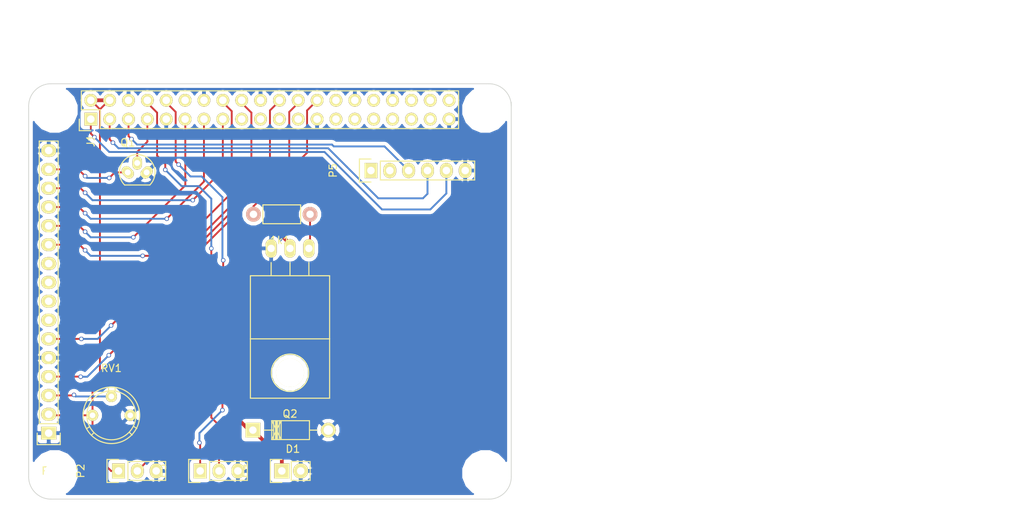
<source format=kicad_pcb>
(kicad_pcb (version 4) (host pcbnew 4.0.2+dfsg1-stable)

  (general
    (links 41)
    (no_connects 0)
    (area 48.349999 50.749999 113.450001 106.850001)
    (thickness 1.6)
    (drawings 24)
    (tracks 191)
    (zones 0)
    (modules 15)
    (nets 43)
  )

  (page A4)
  (layers
    (0 F.Cu signal)
    (31 B.Cu signal)
    (32 B.Adhes user)
    (33 F.Adhes user)
    (34 B.Paste user)
    (35 F.Paste user)
    (36 B.SilkS user)
    (37 F.SilkS user)
    (38 B.Mask user)
    (39 F.Mask user)
    (40 Dwgs.User user)
    (41 Cmts.User user)
    (42 Eco1.User user)
    (43 Eco2.User user)
    (44 Edge.Cuts user)
    (45 Margin user)
    (46 B.CrtYd user)
    (47 F.CrtYd user)
    (48 B.Fab user)
    (49 F.Fab user)
  )

  (setup
    (last_trace_width 0.5)
    (user_trace_width 0.01)
    (user_trace_width 0.02)
    (user_trace_width 0.05)
    (user_trace_width 0.1)
    (user_trace_width 0.2)
    (user_trace_width 0.5)
    (trace_clearance 0.2)
    (zone_clearance 0.508)
    (zone_45_only no)
    (trace_min 0.01)
    (segment_width 0.2)
    (edge_width 0.1)
    (via_size 0.6)
    (via_drill 0.4)
    (via_min_size 0.4)
    (via_min_drill 0.3)
    (uvia_size 0.3)
    (uvia_drill 0.1)
    (uvias_allowed no)
    (uvia_min_size 0.2)
    (uvia_min_drill 0.1)
    (pcb_text_width 0.3)
    (pcb_text_size 1.5 1.5)
    (mod_edge_width 0.15)
    (mod_text_size 1 1)
    (mod_text_width 0.15)
    (pad_size 2.75 2.75)
    (pad_drill 2.75)
    (pad_to_mask_clearance 0)
    (aux_axis_origin 0 0)
    (grid_origin 90 116)
    (visible_elements 7FFEFFFF)
    (pcbplotparams
      (layerselection 0x00030_80000001)
      (usegerberextensions false)
      (excludeedgelayer true)
      (linewidth 0.100000)
      (plotframeref false)
      (viasonmask false)
      (mode 1)
      (useauxorigin false)
      (hpglpennumber 1)
      (hpglpenspeed 20)
      (hpglpendiameter 15)
      (hpglpenoverlay 2)
      (psnegative false)
      (psa4output false)
      (plotreference true)
      (plotvalue true)
      (plotinvisibletext false)
      (padsonsilk false)
      (subtractmaskfromsilk false)
      (outputformat 1)
      (mirror false)
      (drillshape 0)
      (scaleselection 1)
      (outputdirectory meta/))
  )

  (net 0 "")
  (net 1 "Net-(J1-Pad1)")
  (net 2 "Net-(J1-Pad3)")
  (net 3 "Net-(J1-Pad5)")
  (net 4 "Net-(J1-Pad7)")
  (net 5 "Net-(J1-Pad8)")
  (net 6 "Net-(J1-Pad10)")
  (net 7 "Net-(J1-Pad11)")
  (net 8 "Net-(J1-Pad12)")
  (net 9 "Net-(J1-Pad13)")
  (net 10 "Net-(J1-Pad15)")
  (net 11 "Net-(J1-Pad16)")
  (net 12 "Net-(J1-Pad17)")
  (net 13 "Net-(J1-Pad18)")
  (net 14 "Net-(J1-Pad19)")
  (net 15 "Net-(J1-Pad21)")
  (net 16 "Net-(J1-Pad22)")
  (net 17 "Net-(J1-Pad23)")
  (net 18 "Net-(J1-Pad24)")
  (net 19 "Net-(J1-Pad27)")
  (net 20 "Net-(J1-Pad28)")
  (net 21 "Net-(J1-Pad29)")
  (net 22 "Net-(J1-Pad31)")
  (net 23 "Net-(J1-Pad32)")
  (net 24 "Net-(J1-Pad33)")
  (net 25 "Net-(J1-Pad35)")
  (net 26 "Net-(J1-Pad36)")
  (net 27 "Net-(J1-Pad37)")
  (net 28 "Net-(J1-Pad38)")
  (net 29 "Net-(J1-Pad40)")
  (net 30 +5V)
  (net 31 GND)
  (net 32 "Net-(P1-Pad7)")
  (net 33 "Net-(P1-Pad8)")
  (net 34 "Net-(P1-Pad9)")
  (net 35 "Net-(P1-Pad10)")
  (net 36 "Net-(P1-Pad15)")
  (net 37 "Net-(1k1-Pad1)")
  (net 38 "Net-(1k1-Pad2)")
  (net 39 "Net-(P5-Pad1)")
  (net 40 "Net-(P5-Pad2)")
  (net 41 "Net-(P1-Pad3)")
  (net 42 "Net-(D1-Pad1)")

  (net_class Default "This is the default net class."
    (clearance 0.2)
    (trace_width 0.25)
    (via_dia 0.6)
    (via_drill 0.4)
    (uvia_dia 0.3)
    (uvia_drill 0.1)
    (add_net +5V)
    (add_net GND)
    (add_net "Net-(1k1-Pad1)")
    (add_net "Net-(1k1-Pad2)")
    (add_net "Net-(D1-Pad1)")
    (add_net "Net-(J1-Pad1)")
    (add_net "Net-(J1-Pad10)")
    (add_net "Net-(J1-Pad11)")
    (add_net "Net-(J1-Pad12)")
    (add_net "Net-(J1-Pad13)")
    (add_net "Net-(J1-Pad15)")
    (add_net "Net-(J1-Pad16)")
    (add_net "Net-(J1-Pad17)")
    (add_net "Net-(J1-Pad18)")
    (add_net "Net-(J1-Pad19)")
    (add_net "Net-(J1-Pad21)")
    (add_net "Net-(J1-Pad22)")
    (add_net "Net-(J1-Pad23)")
    (add_net "Net-(J1-Pad24)")
    (add_net "Net-(J1-Pad27)")
    (add_net "Net-(J1-Pad28)")
    (add_net "Net-(J1-Pad29)")
    (add_net "Net-(J1-Pad3)")
    (add_net "Net-(J1-Pad31)")
    (add_net "Net-(J1-Pad32)")
    (add_net "Net-(J1-Pad33)")
    (add_net "Net-(J1-Pad35)")
    (add_net "Net-(J1-Pad36)")
    (add_net "Net-(J1-Pad37)")
    (add_net "Net-(J1-Pad38)")
    (add_net "Net-(J1-Pad40)")
    (add_net "Net-(J1-Pad5)")
    (add_net "Net-(J1-Pad7)")
    (add_net "Net-(J1-Pad8)")
    (add_net "Net-(P1-Pad10)")
    (add_net "Net-(P1-Pad15)")
    (add_net "Net-(P1-Pad3)")
    (add_net "Net-(P1-Pad7)")
    (add_net "Net-(P1-Pad8)")
    (add_net "Net-(P1-Pad9)")
    (add_net "Net-(P5-Pad1)")
    (add_net "Net-(P5-Pad2)")
  )

  (module RPi_Hat:Pin_Header_Straight_2x20 locked (layer F.Cu) (tedit 551989BF) (tstamp 5516AEA0)
    (at 80.9 54.3 90)
    (descr "Through hole pin header")
    (tags "pin header")
    (path /599152D6)
    (fp_text reference J1 (at -4.191 -24.13 270) (layer F.SilkS)
      (effects (font (size 1 1) (thickness 0.15)))
    )
    (fp_text value RPi_GPIO (at -1.27 -27.23 90) (layer F.Fab)
      (effects (font (size 1 1) (thickness 0.15)))
    )
    (fp_line (start -3.02 -25.88) (end -3.02 25.92) (layer F.CrtYd) (width 0.05))
    (fp_line (start 3.03 -25.88) (end 3.03 25.92) (layer F.CrtYd) (width 0.05))
    (fp_line (start -3.02 -25.88) (end 3.03 -25.88) (layer F.CrtYd) (width 0.05))
    (fp_line (start -3.02 25.92) (end 3.03 25.92) (layer F.CrtYd) (width 0.05))
    (fp_line (start 2.54 25.4) (end 2.54 -25.4) (layer F.SilkS) (width 0.15))
    (fp_line (start -2.54 -22.86) (end -2.54 25.4) (layer F.SilkS) (width 0.15))
    (fp_line (start 2.54 25.4) (end -2.54 25.4) (layer F.SilkS) (width 0.15))
    (fp_line (start 2.54 -25.4) (end 0 -25.4) (layer F.SilkS) (width 0.15))
    (fp_line (start -1.27 -25.68) (end -2.82 -25.68) (layer F.SilkS) (width 0.15))
    (fp_line (start 0 -25.4) (end 0 -22.86) (layer F.SilkS) (width 0.15))
    (fp_line (start 0 -22.86) (end -2.54 -22.86) (layer F.SilkS) (width 0.15))
    (fp_line (start -2.82 -25.68) (end -2.82 -24.13) (layer F.SilkS) (width 0.15))
    (pad 1 thru_hole rect (at -1.27 -24.13 90) (size 1.7272 1.7272) (drill 1.016) (layers *.Cu *.Mask F.SilkS)
      (net 1 "Net-(J1-Pad1)"))
    (pad 2 thru_hole oval (at 1.27 -24.13 90) (size 1.7272 1.7272) (drill 1.016) (layers *.Cu *.Mask F.SilkS)
      (net 30 +5V))
    (pad 3 thru_hole oval (at -1.27 -21.59 90) (size 1.7272 1.7272) (drill 1.016) (layers *.Cu *.Mask F.SilkS)
      (net 2 "Net-(J1-Pad3)"))
    (pad 4 thru_hole oval (at 1.27 -21.59 90) (size 1.7272 1.7272) (drill 1.016) (layers *.Cu *.Mask F.SilkS)
      (net 30 +5V))
    (pad 5 thru_hole oval (at -1.27 -19.05 90) (size 1.7272 1.7272) (drill 1.016) (layers *.Cu *.Mask F.SilkS)
      (net 3 "Net-(J1-Pad5)"))
    (pad 6 thru_hole oval (at 1.27 -19.05 90) (size 1.7272 1.7272) (drill 1.016) (layers *.Cu *.Mask F.SilkS)
      (net 31 GND))
    (pad 7 thru_hole oval (at -1.27 -16.51 90) (size 1.7272 1.7272) (drill 1.016) (layers *.Cu *.Mask F.SilkS)
      (net 4 "Net-(J1-Pad7)"))
    (pad 8 thru_hole oval (at 1.27 -16.51 90) (size 1.7272 1.7272) (drill 1.016) (layers *.Cu *.Mask F.SilkS)
      (net 5 "Net-(J1-Pad8)"))
    (pad 9 thru_hole oval (at -1.27 -13.97 90) (size 1.7272 1.7272) (drill 1.016) (layers *.Cu *.Mask F.SilkS)
      (net 31 GND))
    (pad 10 thru_hole oval (at 1.27 -13.97 90) (size 1.7272 1.7272) (drill 1.016) (layers *.Cu *.Mask F.SilkS)
      (net 6 "Net-(J1-Pad10)"))
    (pad 11 thru_hole oval (at -1.27 -11.43 90) (size 1.7272 1.7272) (drill 1.016) (layers *.Cu *.Mask F.SilkS)
      (net 7 "Net-(J1-Pad11)"))
    (pad 12 thru_hole oval (at 1.27 -11.43 90) (size 1.7272 1.7272) (drill 1.016) (layers *.Cu *.Mask F.SilkS)
      (net 8 "Net-(J1-Pad12)"))
    (pad 13 thru_hole oval (at -1.27 -8.89 90) (size 1.7272 1.7272) (drill 1.016) (layers *.Cu *.Mask F.SilkS)
      (net 9 "Net-(J1-Pad13)"))
    (pad 14 thru_hole oval (at 1.27 -8.89 90) (size 1.7272 1.7272) (drill 1.016) (layers *.Cu *.Mask F.SilkS)
      (net 31 GND))
    (pad 15 thru_hole oval (at -1.27 -6.35 90) (size 1.7272 1.7272) (drill 1.016) (layers *.Cu *.Mask F.SilkS)
      (net 10 "Net-(J1-Pad15)"))
    (pad 16 thru_hole oval (at 1.27 -6.35 90) (size 1.7272 1.7272) (drill 1.016) (layers *.Cu *.Mask F.SilkS)
      (net 11 "Net-(J1-Pad16)"))
    (pad 17 thru_hole oval (at -1.27 -3.81 90) (size 1.7272 1.7272) (drill 1.016) (layers *.Cu *.Mask F.SilkS)
      (net 12 "Net-(J1-Pad17)"))
    (pad 18 thru_hole oval (at 1.27 -3.81 90) (size 1.7272 1.7272) (drill 1.016) (layers *.Cu *.Mask F.SilkS)
      (net 13 "Net-(J1-Pad18)"))
    (pad 19 thru_hole oval (at -1.27 -1.27 90) (size 1.7272 1.7272) (drill 1.016) (layers *.Cu *.Mask F.SilkS)
      (net 14 "Net-(J1-Pad19)"))
    (pad 20 thru_hole oval (at 1.27 -1.27 90) (size 1.7272 1.7272) (drill 1.016) (layers *.Cu *.Mask F.SilkS)
      (net 31 GND))
    (pad 21 thru_hole oval (at -1.27 1.27 90) (size 1.7272 1.7272) (drill 1.016) (layers *.Cu *.Mask F.SilkS)
      (net 15 "Net-(J1-Pad21)"))
    (pad 22 thru_hole oval (at 1.27 1.27 90) (size 1.7272 1.7272) (drill 1.016) (layers *.Cu *.Mask F.SilkS)
      (net 16 "Net-(J1-Pad22)"))
    (pad 23 thru_hole oval (at -1.27 3.81 90) (size 1.7272 1.7272) (drill 1.016) (layers *.Cu *.Mask F.SilkS)
      (net 17 "Net-(J1-Pad23)"))
    (pad 24 thru_hole oval (at 1.27 3.81 90) (size 1.7272 1.7272) (drill 1.016) (layers *.Cu *.Mask F.SilkS)
      (net 18 "Net-(J1-Pad24)"))
    (pad 25 thru_hole oval (at -1.27 6.35 90) (size 1.7272 1.7272) (drill 1.016) (layers *.Cu *.Mask F.SilkS)
      (net 31 GND))
    (pad 26 thru_hole oval (at 1.27 6.35 90) (size 1.7272 1.7272) (drill 1.016) (layers *.Cu *.Mask F.SilkS)
      (net 38 "Net-(1k1-Pad2)"))
    (pad 27 thru_hole oval (at -1.27 8.89 90) (size 1.7272 1.7272) (drill 1.016) (layers *.Cu *.Mask F.SilkS)
      (net 19 "Net-(J1-Pad27)"))
    (pad 28 thru_hole oval (at 1.27 8.89 90) (size 1.7272 1.7272) (drill 1.016) (layers *.Cu *.Mask F.SilkS)
      (net 20 "Net-(J1-Pad28)"))
    (pad 29 thru_hole oval (at -1.27 11.43 90) (size 1.7272 1.7272) (drill 1.016) (layers *.Cu *.Mask F.SilkS)
      (net 21 "Net-(J1-Pad29)"))
    (pad 30 thru_hole oval (at 1.27 11.43 90) (size 1.7272 1.7272) (drill 1.016) (layers *.Cu *.Mask F.SilkS)
      (net 31 GND))
    (pad 31 thru_hole oval (at -1.27 13.97 90) (size 1.7272 1.7272) (drill 1.016) (layers *.Cu *.Mask F.SilkS)
      (net 22 "Net-(J1-Pad31)"))
    (pad 32 thru_hole oval (at 1.27 13.97 90) (size 1.7272 1.7272) (drill 1.016) (layers *.Cu *.Mask F.SilkS)
      (net 23 "Net-(J1-Pad32)"))
    (pad 33 thru_hole oval (at -1.27 16.51 90) (size 1.7272 1.7272) (drill 1.016) (layers *.Cu *.Mask F.SilkS)
      (net 24 "Net-(J1-Pad33)"))
    (pad 34 thru_hole oval (at 1.27 16.51 90) (size 1.7272 1.7272) (drill 1.016) (layers *.Cu *.Mask F.SilkS)
      (net 31 GND))
    (pad 35 thru_hole oval (at -1.27 19.05 90) (size 1.7272 1.7272) (drill 1.016) (layers *.Cu *.Mask F.SilkS)
      (net 25 "Net-(J1-Pad35)"))
    (pad 36 thru_hole oval (at 1.27 19.05 90) (size 1.7272 1.7272) (drill 1.016) (layers *.Cu *.Mask F.SilkS)
      (net 26 "Net-(J1-Pad36)"))
    (pad 37 thru_hole oval (at -1.27 21.59 90) (size 1.7272 1.7272) (drill 1.016) (layers *.Cu *.Mask F.SilkS)
      (net 27 "Net-(J1-Pad37)"))
    (pad 38 thru_hole oval (at 1.27 21.59 90) (size 1.7272 1.7272) (drill 1.016) (layers *.Cu *.Mask F.SilkS)
      (net 28 "Net-(J1-Pad38)"))
    (pad 39 thru_hole oval (at -1.27 24.13 90) (size 1.7272 1.7272) (drill 1.016) (layers *.Cu *.Mask F.SilkS)
      (net 31 GND))
    (pad 40 thru_hole oval (at 1.27 24.13 90) (size 1.7272 1.7272) (drill 1.016) (layers *.Cu *.Mask F.SilkS)
      (net 29 "Net-(J1-Pad40)"))
    (model Pin_Headers.3dshapes/Pin_Header_Straight_2x20.wrl
      (at (xyz 0 0 0))
      (scale (xyz 1 1 1))
      (rotate (xyz 0 0 90))
    )
  )

  (module RPi_Hat:RPi_Hat_Mounting_Hole locked (layer F.Cu) (tedit 55217C7B) (tstamp 5515DEA9)
    (at 109.9 54.3)
    (descr "Mounting hole, Befestigungsbohrung, 2,7mm, No Annular, Kein Restring,")
    (tags "Mounting hole, Befestigungsbohrung, 2,7mm, No Annular, Kein Restring,")
    (fp_text reference "" (at 0 -4.0005) (layer F.SilkS) hide
      (effects (font (size 1 1) (thickness 0.15)))
    )
    (fp_text value "" (at 0.09906 3.59918) (layer F.Fab) hide
      (effects (font (size 1 1) (thickness 0.15)))
    )
    (fp_circle (center 0 0) (end 1.375 0) (layer F.Fab) (width 0.15))
    (fp_circle (center 0 0) (end 3.1 0) (layer F.Fab) (width 0.15))
    (fp_circle (center 0 0) (end 3.1 0) (layer B.Fab) (width 0.15))
    (fp_circle (center 0 0) (end 1.375 0) (layer B.Fab) (width 0.15))
    (fp_circle (center 0 0) (end 3.1 0) (layer F.CrtYd) (width 0.15))
    (fp_circle (center 0 0) (end 3.1 0) (layer B.CrtYd) (width 0.15))
    (pad "" np_thru_hole circle (at 0 0) (size 2.75 2.75) (drill 2.75) (layers *.Cu *.Mask)
      (solder_mask_margin 1.725) (clearance 1.725))
  )

  (module RPi_Hat:RPi_Hat_Mounting_Hole locked (layer F.Cu) (tedit 55217CCB) (tstamp 55169DC9)
    (at 109.9 103.3)
    (descr "Mounting hole, Befestigungsbohrung, 2,7mm, No Annular, Kein Restring,")
    (tags "Mounting hole, Befestigungsbohrung, 2,7mm, No Annular, Kein Restring,")
    (fp_text reference "" (at 0 -4.0005) (layer F.SilkS) hide
      (effects (font (size 1 1) (thickness 0.15)))
    )
    (fp_text value "" (at 0.09906 3.59918) (layer F.Fab) hide
      (effects (font (size 1 1) (thickness 0.15)))
    )
    (fp_circle (center 0 0) (end 1.375 0) (layer F.Fab) (width 0.15))
    (fp_circle (center 0 0) (end 3.1 0) (layer F.Fab) (width 0.15))
    (fp_circle (center 0 0) (end 3.1 0) (layer B.Fab) (width 0.15))
    (fp_circle (center 0 0) (end 1.375 0) (layer B.Fab) (width 0.15))
    (fp_circle (center 0 0) (end 3.1 0) (layer F.CrtYd) (width 0.15))
    (fp_circle (center 0 0) (end 3.1 0) (layer B.CrtYd) (width 0.15))
    (pad "" np_thru_hole circle (at 0 0) (size 2.75 2.75) (drill 2.75) (layers *.Cu *.Mask)
      (solder_mask_margin 1.725) (clearance 1.725))
  )

  (module RPi_Hat:RPi_Hat_Mounting_Hole locked (layer F.Cu) (tedit 55217CB9) (tstamp 5515DECC)
    (at 51.9 103.3)
    (descr "Mounting hole, Befestigungsbohrung, 2,7mm, No Annular, Kein Restring,")
    (tags "Mounting hole, Befestigungsbohrung, 2,7mm, No Annular, Kein Restring,")
    (fp_text reference "" (at 0 -4.0005) (layer F.SilkS) hide
      (effects (font (size 1 1) (thickness 0.15)))
    )
    (fp_text value "" (at 0.09906 3.59918) (layer F.Fab) hide
      (effects (font (size 1 1) (thickness 0.15)))
    )
    (fp_circle (center 0 0) (end 1.375 0) (layer F.Fab) (width 0.15))
    (fp_circle (center 0 0) (end 3.1 0) (layer F.Fab) (width 0.15))
    (fp_circle (center 0 0) (end 3.1 0) (layer B.Fab) (width 0.15))
    (fp_circle (center 0 0) (end 1.375 0) (layer B.Fab) (width 0.15))
    (fp_circle (center 0 0) (end 3.1 0) (layer F.CrtYd) (width 0.15))
    (fp_circle (center 0 0) (end 3.1 0) (layer B.CrtYd) (width 0.15))
    (pad "" np_thru_hole circle (at 0 0) (size 2.75 2.75) (drill 2.75) (layers *.Cu *.Mask)
      (solder_mask_margin 1.725) (clearance 1.725))
  )

  (module RPi_Hat:RPi_Hat_Mounting_Hole locked (layer F.Cu) (tedit 55217CA2) (tstamp 5515DEBF)
    (at 51.9 54.3)
    (descr "Mounting hole, Befestigungsbohrung, 2,7mm, No Annular, Kein Restring,")
    (tags "Mounting hole, Befestigungsbohrung, 2,7mm, No Annular, Kein Restring,")
    (fp_text reference "" (at 0 -4.0005) (layer F.SilkS) hide
      (effects (font (size 1 1) (thickness 0.15)))
    )
    (fp_text value "" (at 0.09906 3.59918) (layer F.Fab) hide
      (effects (font (size 1 1) (thickness 0.15)))
    )
    (fp_circle (center 0 0) (end 1.375 0) (layer F.Fab) (width 0.15))
    (fp_circle (center 0 0) (end 3.1 0) (layer F.Fab) (width 0.15))
    (fp_circle (center 0 0) (end 3.1 0) (layer B.Fab) (width 0.15))
    (fp_circle (center 0 0) (end 1.375 0) (layer B.Fab) (width 0.15))
    (fp_circle (center 0 0) (end 3.1 0) (layer F.CrtYd) (width 0.15))
    (fp_circle (center 0 0) (end 3.1 0) (layer B.CrtYd) (width 0.15))
    (pad "" np_thru_hole circle (at 0 0) (size 2.75 2.75) (drill 2.75) (layers *.Cu *.Mask)
      (solder_mask_margin 1.725) (clearance 1.725))
  )

  (module Pin_Headers:Pin_Header_Straight_1x16 (layer F.Cu) (tedit 0) (tstamp 59915ADD)
    (at 51.1 97.9 180)
    (descr "Through hole pin header")
    (tags "pin header")
    (path /599157D6)
    (fp_text reference P1 (at 0 -5.1 180) (layer F.SilkS)
      (effects (font (size 1 1) (thickness 0.15)))
    )
    (fp_text value "Display 20x4" (at 0 -3.1 180) (layer F.Fab)
      (effects (font (size 1 1) (thickness 0.15)))
    )
    (fp_line (start -1.75 -1.75) (end -1.75 39.85) (layer F.CrtYd) (width 0.05))
    (fp_line (start 1.75 -1.75) (end 1.75 39.85) (layer F.CrtYd) (width 0.05))
    (fp_line (start -1.75 -1.75) (end 1.75 -1.75) (layer F.CrtYd) (width 0.05))
    (fp_line (start -1.75 39.85) (end 1.75 39.85) (layer F.CrtYd) (width 0.05))
    (fp_line (start -1.27 1.27) (end -1.27 39.37) (layer F.SilkS) (width 0.15))
    (fp_line (start -1.27 39.37) (end 1.27 39.37) (layer F.SilkS) (width 0.15))
    (fp_line (start 1.27 39.37) (end 1.27 1.27) (layer F.SilkS) (width 0.15))
    (fp_line (start 1.55 -1.55) (end 1.55 0) (layer F.SilkS) (width 0.15))
    (fp_line (start 1.27 1.27) (end -1.27 1.27) (layer F.SilkS) (width 0.15))
    (fp_line (start -1.55 0) (end -1.55 -1.55) (layer F.SilkS) (width 0.15))
    (fp_line (start -1.55 -1.55) (end 1.55 -1.55) (layer F.SilkS) (width 0.15))
    (pad 1 thru_hole rect (at 0 0 180) (size 2.032 1.7272) (drill 1.016) (layers *.Cu *.Mask F.SilkS)
      (net 31 GND))
    (pad 2 thru_hole oval (at 0 2.54 180) (size 2.032 1.7272) (drill 1.016) (layers *.Cu *.Mask F.SilkS)
      (net 30 +5V))
    (pad 3 thru_hole oval (at 0 5.08 180) (size 2.032 1.7272) (drill 1.016) (layers *.Cu *.Mask F.SilkS)
      (net 41 "Net-(P1-Pad3)"))
    (pad 4 thru_hole oval (at 0 7.62 180) (size 2.032 1.7272) (drill 1.016) (layers *.Cu *.Mask F.SilkS)
      (net 16 "Net-(J1-Pad22)"))
    (pad 5 thru_hole oval (at 0 10.16 180) (size 2.032 1.7272) (drill 1.016) (layers *.Cu *.Mask F.SilkS)
      (net 31 GND))
    (pad 6 thru_hole oval (at 0 12.7 180) (size 2.032 1.7272) (drill 1.016) (layers *.Cu *.Mask F.SilkS)
      (net 13 "Net-(J1-Pad18)"))
    (pad 7 thru_hole oval (at 0 15.24 180) (size 2.032 1.7272) (drill 1.016) (layers *.Cu *.Mask F.SilkS)
      (net 32 "Net-(P1-Pad7)"))
    (pad 8 thru_hole oval (at 0 17.78 180) (size 2.032 1.7272) (drill 1.016) (layers *.Cu *.Mask F.SilkS)
      (net 33 "Net-(P1-Pad8)"))
    (pad 9 thru_hole oval (at 0 20.32 180) (size 2.032 1.7272) (drill 1.016) (layers *.Cu *.Mask F.SilkS)
      (net 34 "Net-(P1-Pad9)"))
    (pad 10 thru_hole oval (at 0 22.86 180) (size 2.032 1.7272) (drill 1.016) (layers *.Cu *.Mask F.SilkS)
      (net 35 "Net-(P1-Pad10)"))
    (pad 11 thru_hole oval (at 0 25.4 180) (size 2.032 1.7272) (drill 1.016) (layers *.Cu *.Mask F.SilkS)
      (net 11 "Net-(J1-Pad16)"))
    (pad 12 thru_hole oval (at 0 27.94 180) (size 2.032 1.7272) (drill 1.016) (layers *.Cu *.Mask F.SilkS)
      (net 7 "Net-(J1-Pad11)"))
    (pad 13 thru_hole oval (at 0 30.48 180) (size 2.032 1.7272) (drill 1.016) (layers *.Cu *.Mask F.SilkS)
      (net 9 "Net-(J1-Pad13)"))
    (pad 14 thru_hole oval (at 0 33.02 180) (size 2.032 1.7272) (drill 1.016) (layers *.Cu *.Mask F.SilkS)
      (net 10 "Net-(J1-Pad15)"))
    (pad 15 thru_hole oval (at 0 35.56 180) (size 2.032 1.7272) (drill 1.016) (layers *.Cu *.Mask F.SilkS)
      (net 36 "Net-(P1-Pad15)"))
    (pad 16 thru_hole oval (at 0 38.1 180) (size 2.032 1.7272) (drill 1.016) (layers *.Cu *.Mask F.SilkS)
      (net 31 GND))
    (model Pin_Headers.3dshapes/Pin_Header_Straight_1x16.wrl
      (at (xyz 0 -0.75 0))
      (scale (xyz 1 1 1))
      (rotate (xyz 0 0 90))
    )
  )

  (module Pin_Headers:Pin_Header_Straight_1x03 (layer F.Cu) (tedit 0) (tstamp 599168A6)
    (at 60.5 103 90)
    (descr "Through hole pin header")
    (tags "pin header")
    (path /59916C8F)
    (fp_text reference P2 (at 0 -5.1 90) (layer F.SilkS)
      (effects (font (size 1 1) (thickness 0.15)))
    )
    (fp_text value Counter (at 0 -3.1 90) (layer F.Fab)
      (effects (font (size 1 1) (thickness 0.15)))
    )
    (fp_line (start -1.75 -1.75) (end -1.75 6.85) (layer F.CrtYd) (width 0.05))
    (fp_line (start 1.75 -1.75) (end 1.75 6.85) (layer F.CrtYd) (width 0.05))
    (fp_line (start -1.75 -1.75) (end 1.75 -1.75) (layer F.CrtYd) (width 0.05))
    (fp_line (start -1.75 6.85) (end 1.75 6.85) (layer F.CrtYd) (width 0.05))
    (fp_line (start -1.27 1.27) (end -1.27 6.35) (layer F.SilkS) (width 0.15))
    (fp_line (start -1.27 6.35) (end 1.27 6.35) (layer F.SilkS) (width 0.15))
    (fp_line (start 1.27 6.35) (end 1.27 1.27) (layer F.SilkS) (width 0.15))
    (fp_line (start 1.55 -1.55) (end 1.55 0) (layer F.SilkS) (width 0.15))
    (fp_line (start 1.27 1.27) (end -1.27 1.27) (layer F.SilkS) (width 0.15))
    (fp_line (start -1.55 0) (end -1.55 -1.55) (layer F.SilkS) (width 0.15))
    (fp_line (start -1.55 -1.55) (end 1.55 -1.55) (layer F.SilkS) (width 0.15))
    (pad 1 thru_hole rect (at 0 0 90) (size 2.032 1.7272) (drill 1.016) (layers *.Cu *.Mask F.SilkS)
      (net 30 +5V))
    (pad 2 thru_hole oval (at 0 2.54 90) (size 2.032 1.7272) (drill 1.016) (layers *.Cu *.Mask F.SilkS)
      (net 18 "Net-(J1-Pad24)"))
    (pad 3 thru_hole oval (at 0 5.08 90) (size 2.032 1.7272) (drill 1.016) (layers *.Cu *.Mask F.SilkS)
      (net 31 GND))
    (model Pin_Headers.3dshapes/Pin_Header_Straight_1x03.wrl
      (at (xyz 0 -0.1 0))
      (scale (xyz 1 1 1))
      (rotate (xyz 0 0 90))
    )
  )

  (module Pin_Headers:Pin_Header_Straight_1x03 (layer F.Cu) (tedit 0) (tstamp 599168AD)
    (at 71.5 103 90)
    (descr "Through hole pin header")
    (tags "pin header")
    (path /59916DD1)
    (fp_text reference P3 (at 0 -5.1 90) (layer F.SilkS)
      (effects (font (size 1 1) (thickness 0.15)))
    )
    (fp_text value Console (at 0 -3.1 90) (layer F.Fab)
      (effects (font (size 1 1) (thickness 0.15)))
    )
    (fp_line (start -1.75 -1.75) (end -1.75 6.85) (layer F.CrtYd) (width 0.05))
    (fp_line (start 1.75 -1.75) (end 1.75 6.85) (layer F.CrtYd) (width 0.05))
    (fp_line (start -1.75 -1.75) (end 1.75 -1.75) (layer F.CrtYd) (width 0.05))
    (fp_line (start -1.75 6.85) (end 1.75 6.85) (layer F.CrtYd) (width 0.05))
    (fp_line (start -1.27 1.27) (end -1.27 6.35) (layer F.SilkS) (width 0.15))
    (fp_line (start -1.27 6.35) (end 1.27 6.35) (layer F.SilkS) (width 0.15))
    (fp_line (start 1.27 6.35) (end 1.27 1.27) (layer F.SilkS) (width 0.15))
    (fp_line (start 1.55 -1.55) (end 1.55 0) (layer F.SilkS) (width 0.15))
    (fp_line (start 1.27 1.27) (end -1.27 1.27) (layer F.SilkS) (width 0.15))
    (fp_line (start -1.55 0) (end -1.55 -1.55) (layer F.SilkS) (width 0.15))
    (fp_line (start -1.55 -1.55) (end 1.55 -1.55) (layer F.SilkS) (width 0.15))
    (pad 1 thru_hole rect (at 0 0 90) (size 2.032 1.7272) (drill 1.016) (layers *.Cu *.Mask F.SilkS)
      (net 6 "Net-(J1-Pad10)"))
    (pad 2 thru_hole oval (at 0 2.54 90) (size 2.032 1.7272) (drill 1.016) (layers *.Cu *.Mask F.SilkS)
      (net 5 "Net-(J1-Pad8)"))
    (pad 3 thru_hole oval (at 0 5.08 90) (size 2.032 1.7272) (drill 1.016) (layers *.Cu *.Mask F.SilkS)
      (net 31 GND))
    (model Pin_Headers.3dshapes/Pin_Header_Straight_1x03.wrl
      (at (xyz 0 -0.1 0))
      (scale (xyz 1 1 1))
      (rotate (xyz 0 0 90))
    )
  )

  (module Resistors_ThroughHole:Resistor_Horizontal_RM7mm (layer F.Cu) (tedit 569FCF07) (tstamp 59916C6B)
    (at 86.3 68.4 180)
    (descr "Resistor, Axial,  RM 7.62mm, 1/3W,")
    (tags "Resistor Axial RM 7.62mm 1/3W R3")
    (path /59917BFD)
    (fp_text reference 1k1 (at 4.05892 -3.50012 180) (layer F.SilkS)
      (effects (font (size 1 1) (thickness 0.15)))
    )
    (fp_text value R (at 3.81 3.81 180) (layer F.Fab)
      (effects (font (size 1 1) (thickness 0.15)))
    )
    (fp_line (start -1.25 -1.5) (end 8.85 -1.5) (layer F.CrtYd) (width 0.05))
    (fp_line (start -1.25 1.5) (end -1.25 -1.5) (layer F.CrtYd) (width 0.05))
    (fp_line (start 8.85 -1.5) (end 8.85 1.5) (layer F.CrtYd) (width 0.05))
    (fp_line (start -1.25 1.5) (end 8.85 1.5) (layer F.CrtYd) (width 0.05))
    (fp_line (start 1.27 -1.27) (end 6.35 -1.27) (layer F.SilkS) (width 0.15))
    (fp_line (start 6.35 -1.27) (end 6.35 1.27) (layer F.SilkS) (width 0.15))
    (fp_line (start 6.35 1.27) (end 1.27 1.27) (layer F.SilkS) (width 0.15))
    (fp_line (start 1.27 1.27) (end 1.27 -1.27) (layer F.SilkS) (width 0.15))
    (pad 1 thru_hole circle (at 0 0 180) (size 1.99898 1.99898) (drill 1.00076) (layers *.Cu *.SilkS *.Mask)
      (net 37 "Net-(1k1-Pad1)"))
    (pad 2 thru_hole circle (at 7.62 0 180) (size 1.99898 1.99898) (drill 1.00076) (layers *.Cu *.SilkS *.Mask)
      (net 38 "Net-(1k1-Pad2)"))
  )

  (module Pin_Headers:Pin_Header_Straight_1x02 (layer F.Cu) (tedit 54EA090C) (tstamp 59916C71)
    (at 82.5 103 90)
    (descr "Through hole pin header")
    (tags "pin header")
    (path /59917F21)
    (fp_text reference P4 (at 0 -5.1 90) (layer F.SilkS)
      (effects (font (size 1 1) (thickness 0.15)))
    )
    (fp_text value Switch (at 0 -3.1 90) (layer F.Fab)
      (effects (font (size 1 1) (thickness 0.15)))
    )
    (fp_line (start 1.27 1.27) (end 1.27 3.81) (layer F.SilkS) (width 0.15))
    (fp_line (start 1.55 -1.55) (end 1.55 0) (layer F.SilkS) (width 0.15))
    (fp_line (start -1.75 -1.75) (end -1.75 4.3) (layer F.CrtYd) (width 0.05))
    (fp_line (start 1.75 -1.75) (end 1.75 4.3) (layer F.CrtYd) (width 0.05))
    (fp_line (start -1.75 -1.75) (end 1.75 -1.75) (layer F.CrtYd) (width 0.05))
    (fp_line (start -1.75 4.3) (end 1.75 4.3) (layer F.CrtYd) (width 0.05))
    (fp_line (start 1.27 1.27) (end -1.27 1.27) (layer F.SilkS) (width 0.15))
    (fp_line (start -1.55 0) (end -1.55 -1.55) (layer F.SilkS) (width 0.15))
    (fp_line (start -1.55 -1.55) (end 1.55 -1.55) (layer F.SilkS) (width 0.15))
    (fp_line (start -1.27 1.27) (end -1.27 3.81) (layer F.SilkS) (width 0.15))
    (fp_line (start -1.27 3.81) (end 1.27 3.81) (layer F.SilkS) (width 0.15))
    (pad 1 thru_hole rect (at 0 0 90) (size 2.032 2.032) (drill 1.016) (layers *.Cu *.Mask F.SilkS)
      (net 42 "Net-(D1-Pad1)"))
    (pad 2 thru_hole oval (at 0 2.54 90) (size 2.032 2.032) (drill 1.016) (layers *.Cu *.Mask F.SilkS)
      (net 31 GND))
    (model Pin_Headers.3dshapes/Pin_Header_Straight_1x02.wrl
      (at (xyz 0 -0.05 0))
      (scale (xyz 1 1 1))
      (rotate (xyz 0 0 90))
    )
  )

  (module Pin_Headers:Pin_Header_Straight_1x06 (layer F.Cu) (tedit 0) (tstamp 59916DBD)
    (at 94.5 62.5 90)
    (descr "Through hole pin header")
    (tags "pin header")
    (path /599184BA)
    (fp_text reference P5 (at 0 -5.1 90) (layer F.SilkS)
      (effects (font (size 1 1) (thickness 0.15)))
    )
    (fp_text value RTC (at 0 -3.1 90) (layer F.Fab)
      (effects (font (size 1 1) (thickness 0.15)))
    )
    (fp_line (start -1.75 -1.75) (end -1.75 14.45) (layer F.CrtYd) (width 0.05))
    (fp_line (start 1.75 -1.75) (end 1.75 14.45) (layer F.CrtYd) (width 0.05))
    (fp_line (start -1.75 -1.75) (end 1.75 -1.75) (layer F.CrtYd) (width 0.05))
    (fp_line (start -1.75 14.45) (end 1.75 14.45) (layer F.CrtYd) (width 0.05))
    (fp_line (start 1.27 1.27) (end 1.27 13.97) (layer F.SilkS) (width 0.15))
    (fp_line (start 1.27 13.97) (end -1.27 13.97) (layer F.SilkS) (width 0.15))
    (fp_line (start -1.27 13.97) (end -1.27 1.27) (layer F.SilkS) (width 0.15))
    (fp_line (start 1.55 -1.55) (end 1.55 0) (layer F.SilkS) (width 0.15))
    (fp_line (start 1.27 1.27) (end -1.27 1.27) (layer F.SilkS) (width 0.15))
    (fp_line (start -1.55 0) (end -1.55 -1.55) (layer F.SilkS) (width 0.15))
    (fp_line (start -1.55 -1.55) (end 1.55 -1.55) (layer F.SilkS) (width 0.15))
    (pad 1 thru_hole rect (at 0 0 90) (size 2.032 1.7272) (drill 1.016) (layers *.Cu *.Mask F.SilkS)
      (net 39 "Net-(P5-Pad1)"))
    (pad 2 thru_hole oval (at 0 2.54 90) (size 2.032 1.7272) (drill 1.016) (layers *.Cu *.Mask F.SilkS)
      (net 40 "Net-(P5-Pad2)"))
    (pad 3 thru_hole oval (at 0 5.08 90) (size 2.032 1.7272) (drill 1.016) (layers *.Cu *.Mask F.SilkS)
      (net 3 "Net-(J1-Pad5)"))
    (pad 4 thru_hole oval (at 0 7.62 90) (size 2.032 1.7272) (drill 1.016) (layers *.Cu *.Mask F.SilkS)
      (net 2 "Net-(J1-Pad3)"))
    (pad 5 thru_hole oval (at 0 10.16 90) (size 2.032 1.7272) (drill 1.016) (layers *.Cu *.Mask F.SilkS)
      (net 1 "Net-(J1-Pad1)"))
    (pad 6 thru_hole oval (at 0 12.7 90) (size 2.032 1.7272) (drill 1.016) (layers *.Cu *.Mask F.SilkS)
      (net 31 GND))
    (model Pin_Headers.3dshapes/Pin_Header_Straight_1x06.wrl
      (at (xyz 0 -0.25 0))
      (scale (xyz 1 1 1))
      (rotate (xyz 0 0 90))
    )
  )

  (module TO_SOT_Packages_THT:TO-220_Neutral123_Horizontal (layer F.Cu) (tedit 0) (tstamp 5991708E)
    (at 83.6 73 180)
    (descr "TO-220, Neutral, Horizontal,")
    (tags "TO-220, Neutral, Horizontal,")
    (path /59917A6D)
    (fp_text reference Q2 (at 0 -22.3012 180) (layer F.SilkS)
      (effects (font (size 1 1) (thickness 0.15)))
    )
    (fp_text value IRL2203N (at -0.29972 3.44932 180) (layer F.Fab)
      (effects (font (size 1 1) (thickness 0.15)))
    )
    (fp_circle (center 0 -16.764) (end 1.778 -14.986) (layer F.SilkS) (width 0.15))
    (fp_line (start -2.54 -3.683) (end -2.54 -1.905) (layer F.SilkS) (width 0.15))
    (fp_line (start 0 -3.683) (end 0 -1.905) (layer F.SilkS) (width 0.15))
    (fp_line (start 2.54 -3.683) (end 2.54 -1.905) (layer F.SilkS) (width 0.15))
    (fp_line (start 5.334 -12.192) (end 5.334 -20.193) (layer F.SilkS) (width 0.15))
    (fp_line (start 5.334 -20.193) (end -5.334 -20.193) (layer F.SilkS) (width 0.15))
    (fp_line (start -5.334 -20.193) (end -5.334 -12.192) (layer F.SilkS) (width 0.15))
    (fp_line (start 5.334 -3.683) (end 5.334 -12.192) (layer F.SilkS) (width 0.15))
    (fp_line (start 5.334 -12.192) (end -5.334 -12.192) (layer F.SilkS) (width 0.15))
    (fp_line (start -5.334 -12.192) (end -5.334 -3.683) (layer F.SilkS) (width 0.15))
    (fp_line (start 0 -3.683) (end -5.334 -3.683) (layer F.SilkS) (width 0.15))
    (fp_line (start 0 -3.683) (end 5.334 -3.683) (layer F.SilkS) (width 0.15))
    (pad 2 thru_hole oval (at 0 0 270) (size 2.49936 1.50114) (drill 1.00076) (layers *.Cu *.Mask F.SilkS)
      (net 42 "Net-(D1-Pad1)"))
    (pad 1 thru_hole oval (at -2.54 0 270) (size 2.49936 1.50114) (drill 1.00076) (layers *.Cu *.Mask F.SilkS)
      (net 37 "Net-(1k1-Pad1)"))
    (pad 3 thru_hole oval (at 2.54 0 270) (size 2.49936 1.50114) (drill 1.00076) (layers *.Cu *.Mask F.SilkS)
      (net 31 GND))
    (pad "" np_thru_hole circle (at 0 -16.764 270) (size 3.79984 3.79984) (drill 3.79984) (layers *.Cu *.Mask F.SilkS))
    (model TO_SOT_Packages_THT.3dshapes/TO-220_Neutral123_Horizontal.wrl
      (at (xyz 0 0 0))
      (scale (xyz 0.3937 0.3937 0.3937))
      (rotate (xyz 0 0 0))
    )
  )

  (module TO_SOT_Packages_THT:TO-92_Molded_Narrow_Oval (layer F.Cu) (tedit 54F24320) (tstamp 59917165)
    (at 61.75 62.75)
    (descr "TO-92 leads molded, narrow, oval pads, drill 0.8mm (see NXP sot054_po.pdf)")
    (tags "to-92 sc-43 sc-43a sot54 PA33 transistor")
    (path /59917560)
    (fp_text reference Q1 (at 0 -4) (layer F.SilkS)
      (effects (font (size 1 1) (thickness 0.15)))
    )
    (fp_text value BC548 (at 0 3 180) (layer F.Fab)
      (effects (font (size 1 1) (thickness 0.15)))
    )
    (fp_line (start -1.4 1.95) (end -1.4 -2.65) (layer F.CrtYd) (width 0.05))
    (fp_line (start -1.4 1.95) (end 3.95 1.95) (layer F.CrtYd) (width 0.05))
    (fp_line (start -0.43 1.7) (end 2.97 1.7) (layer F.SilkS) (width 0.15))
    (fp_arc (start 1.27 0) (end 1.27 -2.4) (angle -135) (layer F.SilkS) (width 0.15))
    (fp_arc (start 1.27 0) (end 1.27 -2.4) (angle 135) (layer F.SilkS) (width 0.15))
    (fp_line (start -1.4 -2.65) (end 3.95 -2.65) (layer F.CrtYd) (width 0.05))
    (fp_line (start 3.95 1.95) (end 3.95 -2.65) (layer F.CrtYd) (width 0.05))
    (pad 2 thru_hole oval (at 1.27 -1.27 90) (size 1.80086 1.30048) (drill 0.8) (layers *.Cu *.Mask F.SilkS)
      (net 4 "Net-(J1-Pad7)"))
    (pad 1 thru_hole oval (at 0 0 45) (size 1.30048 1.80086) (drill 0.8) (layers *.Cu *.Mask F.SilkS)
      (net 36 "Net-(P1-Pad15)"))
    (pad 3 thru_hole oval (at 2.54 0 45) (size 1.80086 1.30048) (drill 0.8) (layers *.Cu *.Mask F.SilkS)
      (net 31 GND))
    (model TO_SOT_Packages_THT.3dshapes/TO-92_Molded_Narrow_Oval.wrl
      (at (xyz 0.05 0 0))
      (scale (xyz 1 1 1))
      (rotate (xyz 0 0 -90))
    )
  )

  (module Potentiometers:Potentiometer_Bourns_3339P_Angular_ScrewUp (layer F.Cu) (tedit 5414530F) (tstamp 599172F9)
    (at 57 95.5)
    (descr "5/16, Round, Trimming, Potentiometer, Bourns, 3339")
    (tags "5/16, Round, Trimming, Potentiometer, Bourns, 3339")
    (path /599165EF)
    (fp_text reference RV1 (at 2.54 -6.35) (layer F.SilkS)
      (effects (font (size 1 1) (thickness 0.15)))
    )
    (fp_text value 10k (at 2.54 6.35) (layer F.Fab)
      (effects (font (size 1 1) (thickness 0.15)))
    )
    (fp_line (start 5.334 2.667) (end 4.953 2.286) (layer F.SilkS) (width 0.15))
    (fp_line (start 5.969 1.778) (end 5.588 1.524) (layer F.SilkS) (width 0.15))
    (fp_line (start -0.762 1.778) (end -0.381 1.524) (layer F.SilkS) (width 0.15))
    (fp_line (start -0.127 2.667) (end 0.127 2.413) (layer F.SilkS) (width 0.15))
    (fp_line (start 3.048 -3.302) (end 3.048 -3.683) (layer F.SilkS) (width 0.15))
    (fp_line (start 2.159 -3.302) (end 2.159 -3.683) (layer F.SilkS) (width 0.15))
    (fp_circle (center 2.54 0) (end 5.842 0) (layer F.SilkS) (width 0.15))
    (fp_circle (center 2.54 0) (end 6.35 0) (layer F.SilkS) (width 0.15))
    (pad 2 thru_hole circle (at 2.54 -2.54) (size 1.524 1.524) (drill 0.762) (layers *.Cu *.Mask F.SilkS)
      (net 41 "Net-(P1-Pad3)"))
    (pad 1 thru_hole circle (at 0 0) (size 1.524 1.524) (drill 0.762) (layers *.Cu *.Mask F.SilkS)
      (net 30 +5V))
    (pad 3 thru_hole circle (at 5.08 0) (size 1.524 1.524) (drill 0.762) (layers *.Cu *.Mask F.SilkS)
      (net 31 GND))
    (model Potentiometers.3dshapes/Potentiometer_Bourns_3339P_Angular_ScrewUp.wrl
      (at (xyz 0 0 0))
      (scale (xyz 1 1 1))
      (rotate (xyz 0 0 0))
    )
  )

  (module Diodes_ThroughHole:Diode_DO-41_SOD81_Horizontal_RM10 (layer F.Cu) (tedit 552FFCCE) (tstamp 5992BA66)
    (at 78.6 97.5)
    (descr "Diode, DO-41, SOD81, Horizontal, RM 10mm,")
    (tags "Diode, DO-41, SOD81, Horizontal, RM 10mm, 1N4007, SB140,")
    (path /5992BC78)
    (fp_text reference D1 (at 5.38734 2.53746) (layer F.SilkS)
      (effects (font (size 1 1) (thickness 0.15)))
    )
    (fp_text value 1N5000 (at 4.37134 -3.55854) (layer F.Fab)
      (effects (font (size 1 1) (thickness 0.15)))
    )
    (fp_line (start 7.62 -0.00254) (end 8.636 -0.00254) (layer F.SilkS) (width 0.15))
    (fp_line (start 2.794 -0.00254) (end 1.524 -0.00254) (layer F.SilkS) (width 0.15))
    (fp_line (start 3.048 -1.27254) (end 3.048 1.26746) (layer F.SilkS) (width 0.15))
    (fp_line (start 3.302 -1.27254) (end 3.302 1.26746) (layer F.SilkS) (width 0.15))
    (fp_line (start 3.556 -1.27254) (end 3.556 1.26746) (layer F.SilkS) (width 0.15))
    (fp_line (start 2.794 -1.27254) (end 2.794 1.26746) (layer F.SilkS) (width 0.15))
    (fp_line (start 3.81 -1.27254) (end 2.54 1.26746) (layer F.SilkS) (width 0.15))
    (fp_line (start 2.54 -1.27254) (end 3.81 1.26746) (layer F.SilkS) (width 0.15))
    (fp_line (start 3.81 -1.27254) (end 3.81 1.26746) (layer F.SilkS) (width 0.15))
    (fp_line (start 3.175 -1.27254) (end 3.175 1.26746) (layer F.SilkS) (width 0.15))
    (fp_line (start 2.54 1.26746) (end 2.54 -1.27254) (layer F.SilkS) (width 0.15))
    (fp_line (start 2.54 -1.27254) (end 7.62 -1.27254) (layer F.SilkS) (width 0.15))
    (fp_line (start 7.62 -1.27254) (end 7.62 1.26746) (layer F.SilkS) (width 0.15))
    (fp_line (start 7.62 1.26746) (end 2.54 1.26746) (layer F.SilkS) (width 0.15))
    (pad 2 thru_hole circle (at 10.16 -0.00254 180) (size 1.99898 1.99898) (drill 1.27) (layers *.Cu *.Mask F.SilkS)
      (net 31 GND))
    (pad 1 thru_hole rect (at 0 -0.00254 180) (size 1.99898 1.99898) (drill 1.00076) (layers *.Cu *.Mask F.SilkS)
      (net 42 "Net-(D1-Pad1)"))
  )

  (gr_text "RTC module" (at 101 96) (layer Dwgs.User)
    (effects (font (size 1.5 1.5) (thickness 0.3)))
  )
  (gr_line (start 91 98) (end 111 98) (angle 90) (layer Dwgs.User) (width 0.2))
  (gr_line (start 91 60) (end 91 98) (angle 90) (layer Dwgs.User) (width 0.2))
  (gr_line (start 111 88) (end 111 98) (angle 90) (layer Dwgs.User) (width 0.2))
  (gr_line (start 111 80) (end 111 88) (angle 90) (layer Dwgs.User) (width 0.2))
  (gr_line (start 111 70) (end 111 80) (angle 90) (layer Dwgs.User) (width 0.2))
  (gr_line (start 111 60) (end 111 70) (angle 90) (layer Dwgs.User) (width 0.2))
  (gr_line (start 111 60) (end 91 60) (angle 90) (layer Dwgs.User) (width 0.2))
  (gr_line (start 48.4 103.8) (end 48.4 53.8) (angle 90) (layer Edge.Cuts) (width 0.1))
  (gr_text "Select one of these board edges depending \nupon the type of socket that is used." (at 130.9 50.8) (layer Cmts.User)
    (effects (font (size 1.5 1.5) (thickness 0.15)) (justify left))
  )
  (dimension 56 (width 0.15) (layer Dwgs.User)
    (gr_text "56 mm (Thru-hole socket J1)" (at 123.75 78.8 270) (layer Dwgs.User)
      (effects (font (size 1.5 1.5) (thickness 0.15)))
    )
    (feature1 (pts (xy 114.4 106.8) (xy 125.1 106.8)))
    (feature2 (pts (xy 114.4 50.8) (xy 125.1 50.8)))
    (crossbar (pts (xy 122.4 50.8) (xy 122.4 106.8)))
    (arrow1a (pts (xy 122.4 106.8) (xy 121.813579 105.673496)))
    (arrow1b (pts (xy 122.4 106.8) (xy 122.986421 105.673496)))
    (arrow2a (pts (xy 122.4 50.8) (xy 121.813579 51.926504)))
    (arrow2b (pts (xy 122.4 50.8) (xy 122.986421 51.926504)))
  )
  (gr_arc (start 110.4 53.8) (end 110.4 50.8) (angle 90) (layer Edge.Cuts) (width 0.1) (tstamp 5516A74C))
  (gr_line (start 51.4 50.8) (end 110.4 50.8) (angle 90) (layer Edge.Cuts) (width 0.1) (tstamp 5516A726))
  (gr_arc (start 51.4 53.8) (end 48.4 53.8) (angle 90) (layer Edge.Cuts) (width 0.1) (tstamp 5516A6F0))
  (dimension 3.5 (width 0.15) (layer Dwgs.User)
    (gr_text "3.5 mm" (at 56.9 110.3) (layer Dwgs.User)
      (effects (font (size 1.5 1.5) (thickness 0.15)))
    )
    (feature1 (pts (xy 51.9 107.8) (xy 51.9 113)))
    (feature2 (pts (xy 48.4 107.8) (xy 48.4 113)))
    (crossbar (pts (xy 48.4 110.3) (xy 51.9 110.3)))
    (arrow1a (pts (xy 51.9 110.3) (xy 50.773496 110.886421)))
    (arrow1b (pts (xy 51.9 110.3) (xy 50.773496 109.713579)))
    (arrow2a (pts (xy 48.4 110.3) (xy 49.526504 110.886421)))
    (arrow2b (pts (xy 48.4 110.3) (xy 49.526504 109.713579)))
  )
  (dimension 3.5 (width 0.15) (layer Dwgs.User) (tstamp 55169E80)
    (gr_text "3.5 mm" (at 58.65 98.55 270) (layer Dwgs.User) (tstamp 55169E81)
      (effects (font (size 1.5 1.5) (thickness 0.15)))
    )
    (feature1 (pts (xy 55.4 106.8) (xy 61.1 106.8)))
    (feature2 (pts (xy 55.4 103.3) (xy 61.1 103.3)))
    (crossbar (pts (xy 58.4 103.3) (xy 58.4 106.8)))
    (arrow1a (pts (xy 58.4 106.8) (xy 57.813579 105.673496)))
    (arrow1b (pts (xy 58.4 106.8) (xy 58.986421 105.673496)))
    (arrow2a (pts (xy 58.4 103.3) (xy 57.813579 104.426504)))
    (arrow2b (pts (xy 58.4 103.3) (xy 58.986421 104.426504)))
  )
  (dimension 49 (width 0.15) (layer Dwgs.User)
    (gr_text "49 mm" (at 118.749999 78.8 270) (layer Dwgs.User)
      (effects (font (size 1.5 1.5) (thickness 0.15)))
    )
    (feature1 (pts (xy 114.4 103.3) (xy 120.099999 103.3)))
    (feature2 (pts (xy 114.4 54.3) (xy 120.099999 54.3)))
    (crossbar (pts (xy 117.399999 54.3) (xy 117.399999 103.3)))
    (arrow1a (pts (xy 117.399999 103.3) (xy 116.813578 102.173496)))
    (arrow1b (pts (xy 117.399999 103.3) (xy 117.98642 102.173496)))
    (arrow2a (pts (xy 117.399999 54.3) (xy 116.813578 55.426504)))
    (arrow2b (pts (xy 117.399999 54.3) (xy 117.98642 55.426504)))
  )
  (dimension 29 (width 0.15) (layer Dwgs.User)
    (gr_text "29 mm" (at 66.4 62.149999) (layer Dwgs.User)
      (effects (font (size 1.5 1.5) (thickness 0.15)))
    )
    (feature1 (pts (xy 80.9 58.3) (xy 80.9 63.499999)))
    (feature2 (pts (xy 51.9 58.3) (xy 51.9 63.499999)))
    (crossbar (pts (xy 51.9 60.799999) (xy 80.9 60.799999)))
    (arrow1a (pts (xy 80.9 60.799999) (xy 79.773496 61.38642)))
    (arrow1b (pts (xy 80.9 60.799999) (xy 79.773496 60.213578)))
    (arrow2a (pts (xy 51.9 60.799999) (xy 53.026504 61.38642)))
    (arrow2b (pts (xy 51.9 60.799999) (xy 53.026504 60.213578)))
  )
  (dimension 58 (width 0.15) (layer Dwgs.User)
    (gr_text "58 mm" (at 80.9 45.45) (layer Dwgs.User)
      (effects (font (size 1.5 1.5) (thickness 0.15)))
    )
    (feature1 (pts (xy 109.9 49.3) (xy 109.9 44.1)))
    (feature2 (pts (xy 51.9 49.3) (xy 51.9 44.1)))
    (crossbar (pts (xy 51.9 46.8) (xy 109.9 46.8)))
    (arrow1a (pts (xy 109.9 46.8) (xy 108.773496 47.386421)))
    (arrow1b (pts (xy 109.9 46.8) (xy 108.773496 46.213579)))
    (arrow2a (pts (xy 51.9 46.8) (xy 53.026504 47.386421)))
    (arrow2b (pts (xy 51.9 46.8) (xy 53.026504 46.213579)))
  )
  (dimension 65 (width 0.15) (layer Dwgs.User)
    (gr_text "65 mm" (at 80.9 40.95) (layer Dwgs.User)
      (effects (font (size 1.5 1.5) (thickness 0.15)))
    )
    (feature1 (pts (xy 113.4 49.3) (xy 113.4 39.6)))
    (feature2 (pts (xy 48.4 49.3) (xy 48.4 39.6)))
    (crossbar (pts (xy 48.4 42.3) (xy 113.4 42.3)))
    (arrow1a (pts (xy 113.4 42.3) (xy 112.273496 42.886421)))
    (arrow1b (pts (xy 113.4 42.3) (xy 112.273496 41.713579)))
    (arrow2a (pts (xy 48.4 42.3) (xy 49.526504 42.886421)))
    (arrow2b (pts (xy 48.4 42.3) (xy 49.526504 41.713579)))
  )
  (gr_arc (start 110.4 103.8) (end 113.4 103.8) (angle 90) (layer Edge.Cuts) (width 0.1) (tstamp 55157FFB))
  (gr_arc (start 51.4 103.8) (end 51.4 106.8) (angle 90) (layer Edge.Cuts) (width 0.1) (tstamp 55157FCE))
  (gr_line (start 51.4 106.8) (end 110.4 106.8) (angle 90) (layer Edge.Cuts) (width 0.1))
  (gr_line (start 113.4 53.3) (end 113.4 103.8) (angle 90) (layer Edge.Cuts) (width 0.1))

  (segment (start 56.77 55.57) (end 56.77 57.52) (width 0.25) (layer F.Cu) (net 1))
  (segment (start 104.66 65.59) (end 104.66 62.5) (width 0.25) (layer B.Cu) (net 1) (tstamp 59918BEB))
  (segment (start 102.5 67.75) (end 104.66 65.59) (width 0.25) (layer B.Cu) (net 1) (tstamp 59918BE9))
  (segment (start 96 67.75) (end 102.5 67.75) (width 0.25) (layer B.Cu) (net 1) (tstamp 59918BE4))
  (segment (start 88.25 60) (end 96 67.75) (width 0.25) (layer B.Cu) (net 1) (tstamp 59918BE0))
  (segment (start 59.25 60) (end 88.25 60) (width 0.25) (layer B.Cu) (net 1) (tstamp 59918BDD))
  (segment (start 57.25 58) (end 59.25 60) (width 0.25) (layer B.Cu) (net 1) (tstamp 59918BDC))
  (via (at 57.25 58) (size 0.6) (drill 0.4) (layers F.Cu B.Cu) (net 1))
  (segment (start 56.77 57.52) (end 57.25 58) (width 0.25) (layer F.Cu) (net 1) (tstamp 59918BD8))
  (segment (start 59.31 55.57) (end 59.31 58.31) (width 0.25) (layer F.Cu) (net 2))
  (segment (start 102.12 65.63) (end 102.12 62.5) (width 0.25) (layer B.Cu) (net 2) (tstamp 59918C0B))
  (segment (start 101.5 66.25) (end 102.12 65.63) (width 0.25) (layer B.Cu) (net 2) (tstamp 59918C09))
  (segment (start 95.5 66.25) (end 101.5 66.25) (width 0.25) (layer B.Cu) (net 2) (tstamp 59918C03))
  (segment (start 91.25 62) (end 95.5 66.25) (width 0.25) (layer B.Cu) (net 2) (tstamp 59918C02))
  (segment (start 88.75 59.5) (end 91.25 62) (width 0.25) (layer B.Cu) (net 2) (tstamp 59918BFE))
  (segment (start 83.25 59.5) (end 88.75 59.5) (width 0.25) (layer B.Cu) (net 2) (tstamp 59918BFC))
  (segment (start 60.5 59.5) (end 83.25 59.5) (width 0.25) (layer B.Cu) (net 2) (tstamp 59918BFB))
  (segment (start 59.75 58.75) (end 60.5 59.5) (width 0.25) (layer B.Cu) (net 2) (tstamp 59918BFA))
  (via (at 59.75 58.75) (size 0.6) (drill 0.4) (layers F.Cu B.Cu) (net 2))
  (segment (start 59.31 58.31) (end 59.75 58.75) (width 0.25) (layer F.Cu) (net 2) (tstamp 59918BF6))
  (segment (start 61.85 55.57) (end 61.85 57.85) (width 0.25) (layer F.Cu) (net 3))
  (segment (start 96.33 59.25) (end 99.58 62.5) (width 0.25) (layer B.Cu) (net 3) (tstamp 59918C24))
  (segment (start 89.5 59.25) (end 96.33 59.25) (width 0.25) (layer B.Cu) (net 3) (tstamp 59918C1C))
  (segment (start 89.25 59) (end 89.5 59.25) (width 0.25) (layer B.Cu) (net 3) (tstamp 59918C19))
  (segment (start 63 59) (end 89.25 59) (width 0.25) (layer B.Cu) (net 3) (tstamp 59918C18))
  (segment (start 62.25 58.25) (end 63 59) (width 0.25) (layer B.Cu) (net 3) (tstamp 59918C17))
  (via (at 62.25 58.25) (size 0.6) (drill 0.4) (layers F.Cu B.Cu) (net 3))
  (segment (start 61.85 57.85) (end 62.25 58.25) (width 0.25) (layer F.Cu) (net 3) (tstamp 59918C13))
  (segment (start 63.02 61.48) (end 63.02 59.98) (width 0.25) (layer F.Cu) (net 4))
  (segment (start 64.39 58.61) (end 64.39 55.57) (width 0.25) (layer F.Cu) (net 4) (tstamp 59917358))
  (segment (start 63.02 59.98) (end 64.39 58.61) (width 0.25) (layer F.Cu) (net 4) (tstamp 59917352))
  (segment (start 64.39 53.03) (end 64.39 53.39) (width 0.25) (layer F.Cu) (net 5))
  (segment (start 64.39 53.39) (end 65.7 54.7) (width 0.25) (layer F.Cu) (net 5) (tstamp 59918DEC))
  (segment (start 74.04 96.84) (end 74.04 103) (width 0.25) (layer F.Cu) (net 5) (tstamp 59918E27))
  (segment (start 65.7 54.7) (end 65.7 57.5) (width 0.25) (layer F.Cu) (net 5) (tstamp 59918DEF))
  (segment (start 73 74.6) (end 73 77.3) (width 0.25) (layer F.Cu) (net 5) (tstamp 59918E13))
  (segment (start 73 73) (end 73 74.6) (width 0.25) (layer F.Cu) (net 5) (tstamp 59918E12))
  (via (at 73 73) (size 0.6) (drill 0.4) (layers F.Cu B.Cu) (net 5))
  (segment (start 73 72.6) (end 73 73) (width 0.25) (layer B.Cu) (net 5) (tstamp 59918E07))
  (segment (start 73 66.3) (end 73 72.6) (width 0.25) (layer B.Cu) (net 5) (tstamp 59918E05))
  (segment (start 71.3 64.6) (end 73 66.3) (width 0.25) (layer B.Cu) (net 5) (tstamp 59918E03))
  (segment (start 69 64.6) (end 71.3 64.6) (width 0.25) (layer B.Cu) (net 5) (tstamp 59918DFC))
  (segment (start 66.8 62.4) (end 69 64.6) (width 0.25) (layer B.Cu) (net 5) (tstamp 59918DFB))
  (via (at 66.8 62.4) (size 0.6) (drill 0.4) (layers F.Cu B.Cu) (net 5))
  (segment (start 66.8 61.6) (end 66.8 62.4) (width 0.25) (layer F.Cu) (net 5) (tstamp 59918DF8))
  (segment (start 65.7 60.5) (end 66.8 61.6) (width 0.25) (layer F.Cu) (net 5) (tstamp 59918DF2))
  (segment (start 65.7 57.5) (end 65.7 60.5) (width 0.25) (layer F.Cu) (net 5) (tstamp 59918DF1))
  (segment (start 73 95.8) (end 74.04 96.84) (width 0.25) (layer F.Cu) (net 5) (tstamp 59918E25))
  (segment (start 73 90.3) (end 73 95.8) (width 0.25) (layer F.Cu) (net 5) (tstamp 59918E1B))
  (segment (start 73 87.1) (end 73 90.3) (width 0.25) (layer F.Cu) (net 5) (tstamp 59918E16))
  (segment (start 73 77.3) (end 73 87.1) (width 0.25) (layer F.Cu) (net 5) (tstamp 59918E14))
  (segment (start 66.93 53.03) (end 66.93 53.33) (width 0.25) (layer F.Cu) (net 6))
  (segment (start 66.93 53.33) (end 68.2 54.6) (width 0.25) (layer F.Cu) (net 6) (tstamp 59918E30))
  (segment (start 68.2 54.6) (end 68.2 61.3) (width 0.25) (layer F.Cu) (net 6) (tstamp 59918E32))
  (segment (start 68.2 61.3) (end 68.6 61.7) (width 0.25) (layer F.Cu) (net 6) (tstamp 59918E39))
  (via (at 68.6 61.7) (size 0.6) (drill 0.4) (layers F.Cu B.Cu) (net 6))
  (segment (start 68.6 61.7) (end 70.2 63.3) (width 0.25) (layer B.Cu) (net 6) (tstamp 59918E3B))
  (segment (start 70.2 63.3) (end 71.7 63.3) (width 0.25) (layer B.Cu) (net 6) (tstamp 59918E3C))
  (segment (start 71.7 63.3) (end 74.5 66.1) (width 0.25) (layer B.Cu) (net 6) (tstamp 59918E3F))
  (segment (start 74.5 66.1) (end 74.5 74.5) (width 0.25) (layer B.Cu) (net 6) (tstamp 59918E41))
  (segment (start 74.5 74.5) (end 74.6 74.6) (width 0.25) (layer B.Cu) (net 6) (tstamp 59918E43))
  (via (at 74.6 74.6) (size 0.6) (drill 0.4) (layers F.Cu B.Cu) (net 6))
  (segment (start 74.6 74.6) (end 74.6 81.1) (width 0.25) (layer F.Cu) (net 6) (tstamp 59918E45))
  (segment (start 74.6 81.1) (end 74.6 88.3) (width 0.25) (layer F.Cu) (net 6) (tstamp 59918E46))
  (segment (start 74.6 88.3) (end 74.6 93.1) (width 0.25) (layer F.Cu) (net 6) (tstamp 59918E48))
  (segment (start 74.6 93.1) (end 74.5 93.2) (width 0.25) (layer F.Cu) (net 6) (tstamp 59918E4B))
  (segment (start 74.5 93.2) (end 74.5 94.8) (width 0.25) (layer F.Cu) (net 6) (tstamp 59918E4F))
  (via (at 74.5 94.8) (size 0.6) (drill 0.4) (layers F.Cu B.Cu) (net 6))
  (segment (start 74.5 94.8) (end 71.4 97.9) (width 0.25) (layer B.Cu) (net 6) (tstamp 59918E53))
  (segment (start 71.4 97.9) (end 71.4 99.2) (width 0.25) (layer B.Cu) (net 6) (tstamp 59918E54))
  (via (at 71.4 99.2) (size 0.6) (drill 0.4) (layers F.Cu B.Cu) (net 6))
  (segment (start 71.4 99.2) (end 71.5 99.3) (width 0.25) (layer F.Cu) (net 6) (tstamp 59918E57))
  (segment (start 71.5 99.3) (end 71.5 103) (width 0.25) (layer F.Cu) (net 6) (tstamp 59918E58))
  (segment (start 51.1 69.96) (end 55.21 69.96) (width 0.25) (layer F.Cu) (net 7))
  (segment (start 69.5 64.5) (end 69.5 55.6) (width 0.25) (layer F.Cu) (net 7) (tstamp 59918CCE))
  (segment (start 62.5 71.5) (end 69.5 64.5) (width 0.25) (layer F.Cu) (net 7) (tstamp 59918CCD))
  (via (at 62.5 71.5) (size 0.6) (drill 0.4) (layers F.Cu B.Cu) (net 7))
  (segment (start 56.75 71.5) (end 62.5 71.5) (width 0.25) (layer B.Cu) (net 7) (tstamp 59918CC1))
  (segment (start 56 70.75) (end 56.75 71.5) (width 0.25) (layer B.Cu) (net 7) (tstamp 59918CC0))
  (via (at 56 70.75) (size 0.6) (drill 0.4) (layers F.Cu B.Cu) (net 7))
  (segment (start 55.21 69.96) (end 56 70.75) (width 0.25) (layer F.Cu) (net 7) (tstamp 59918CB7))
  (segment (start 69.5 55.6) (end 69.47 55.57) (width 0.25) (layer F.Cu) (net 7) (tstamp 59918CD5))
  (segment (start 69.47 53.22) (end 69.47 53.03) (width 0.25) (layer F.Cu) (net 8) (tstamp 599173BC))
  (segment (start 51.1 67.42) (end 55.17 67.42) (width 0.25) (layer F.Cu) (net 9))
  (segment (start 72.01 63.99) (end 72.01 55.57) (width 0.25) (layer F.Cu) (net 9) (tstamp 59918CAF))
  (segment (start 67 69) (end 72.01 63.99) (width 0.25) (layer F.Cu) (net 9) (tstamp 59918CAE))
  (via (at 67 69) (size 0.6) (drill 0.4) (layers F.Cu B.Cu) (net 9))
  (segment (start 56.75 69) (end 67 69) (width 0.25) (layer B.Cu) (net 9) (tstamp 59918CA4))
  (segment (start 56 68.25) (end 56.75 69) (width 0.25) (layer B.Cu) (net 9) (tstamp 59918CA3))
  (via (at 56 68.25) (size 0.6) (drill 0.4) (layers F.Cu B.Cu) (net 9))
  (segment (start 55.17 67.42) (end 56 68.25) (width 0.25) (layer F.Cu) (net 9) (tstamp 59918CA0))
  (segment (start 51.1 64.88) (end 55.38 64.88) (width 0.25) (layer F.Cu) (net 10))
  (segment (start 74.55 62.45) (end 74.55 55.57) (width 0.25) (layer F.Cu) (net 10) (tstamp 59918C98))
  (segment (start 70.5 66.5) (end 74.55 62.45) (width 0.25) (layer F.Cu) (net 10) (tstamp 59918C97))
  (via (at 70.5 66.5) (size 0.6) (drill 0.4) (layers F.Cu B.Cu) (net 10))
  (segment (start 57 66.5) (end 70.5 66.5) (width 0.25) (layer B.Cu) (net 10) (tstamp 59918C91))
  (segment (start 56 65.5) (end 57 66.5) (width 0.25) (layer B.Cu) (net 10) (tstamp 59918C90))
  (via (at 56 65.5) (size 0.6) (drill 0.4) (layers F.Cu B.Cu) (net 10))
  (segment (start 55.38 64.88) (end 56 65.5) (width 0.25) (layer F.Cu) (net 10) (tstamp 59918C8B))
  (segment (start 51.1 72.5) (end 55.25 72.5) (width 0.25) (layer F.Cu) (net 11))
  (segment (start 75.75 54.5) (end 74.55 53.3) (width 0.25) (layer F.Cu) (net 11) (tstamp 59918D08))
  (segment (start 75.75 56.25) (end 75.75 54.5) (width 0.25) (layer F.Cu) (net 11) (tstamp 59918D06))
  (segment (start 75.75 65.5) (end 75.75 56.25) (width 0.25) (layer F.Cu) (net 11) (tstamp 59918D02))
  (segment (start 73.75 67.5) (end 75.75 65.5) (width 0.25) (layer F.Cu) (net 11) (tstamp 59918D00))
  (segment (start 67.25 74) (end 73.75 67.5) (width 0.25) (layer F.Cu) (net 11) (tstamp 59918CFD))
  (segment (start 63.75 74) (end 67.25 74) (width 0.25) (layer F.Cu) (net 11) (tstamp 59918CFC))
  (via (at 63.75 74) (size 0.6) (drill 0.4) (layers F.Cu B.Cu) (net 11))
  (segment (start 56.75 74) (end 63.75 74) (width 0.25) (layer B.Cu) (net 11) (tstamp 59918CDF))
  (segment (start 56 73.25) (end 56.75 74) (width 0.25) (layer B.Cu) (net 11) (tstamp 59918CDE))
  (via (at 56 73.25) (size 0.6) (drill 0.4) (layers F.Cu B.Cu) (net 11))
  (segment (start 55.25 72.5) (end 56 73.25) (width 0.25) (layer F.Cu) (net 11) (tstamp 59918CDA))
  (segment (start 74.55 53.3) (end 74.55 53.03) (width 0.25) (layer F.Cu) (net 11) (tstamp 59918D0B))
  (segment (start 74.55 53.7) (end 74.55 53.03) (width 0.25) (layer F.Cu) (net 11) (tstamp 59917387))
  (segment (start 77.09 53.03) (end 77.09 53.39) (width 0.25) (layer F.Cu) (net 13))
  (segment (start 77.09 53.39) (end 78.4 54.7) (width 0.25) (layer F.Cu) (net 13) (tstamp 59918E7D))
  (segment (start 78.4 54.7) (end 78.4 64.5) (width 0.25) (layer F.Cu) (net 13) (tstamp 59918E7E))
  (segment (start 78.4 64.5) (end 67.8 75.1) (width 0.25) (layer F.Cu) (net 13) (tstamp 59918E81))
  (segment (start 67.8 75.1) (end 60.8 82.1) (width 0.25) (layer F.Cu) (net 13) (tstamp 59918E85))
  (segment (start 60.8 82.1) (end 59.5 83.4) (width 0.25) (layer F.Cu) (net 13) (tstamp 59918E89))
  (via (at 59.5 83.4) (size 0.6) (drill 0.4) (layers F.Cu B.Cu) (net 13))
  (segment (start 59.5 83.4) (end 57.7 85.2) (width 0.25) (layer B.Cu) (net 13) (tstamp 59918E96))
  (segment (start 57.7 85.2) (end 55.5 85.2) (width 0.25) (layer B.Cu) (net 13) (tstamp 59918E97))
  (via (at 55.5 85.2) (size 0.6) (drill 0.4) (layers F.Cu B.Cu) (net 13))
  (segment (start 55.5 85.2) (end 51.1 85.2) (width 0.25) (layer F.Cu) (net 13) (tstamp 59918E9A))
  (segment (start 82.17 53.03) (end 82.17 53.13) (width 0.25) (layer F.Cu) (net 16))
  (segment (start 82.17 53.13) (end 80.9 54.4) (width 0.25) (layer F.Cu) (net 16) (tstamp 59918E9F))
  (segment (start 80.9 54.4) (end 80.9 60.9) (width 0.25) (layer F.Cu) (net 16) (tstamp 59918EA3))
  (segment (start 80.9 60.9) (end 81 61) (width 0.25) (layer F.Cu) (net 16) (tstamp 59918EA7))
  (segment (start 81 61) (end 81 62.8) (width 0.25) (layer F.Cu) (net 16) (tstamp 59918EA8))
  (segment (start 81 62.8) (end 63.8 80) (width 0.25) (layer F.Cu) (net 16) (tstamp 59918EB0))
  (segment (start 63.8 80) (end 63.8 82.8) (width 0.25) (layer F.Cu) (net 16) (tstamp 59918EB4))
  (segment (start 63.8 82.8) (end 59.2 87.4) (width 0.25) (layer F.Cu) (net 16) (tstamp 59918EBA))
  (via (at 59.2 87.4) (size 0.6) (drill 0.4) (layers F.Cu B.Cu) (net 16))
  (segment (start 59.2 87.4) (end 56.3 90.3) (width 0.25) (layer B.Cu) (net 16) (tstamp 59918EC0))
  (segment (start 56.3 90.3) (end 55.4 90.3) (width 0.25) (layer B.Cu) (net 16) (tstamp 59918EC1))
  (via (at 55.4 90.3) (size 0.6) (drill 0.4) (layers F.Cu B.Cu) (net 16))
  (segment (start 55.4 90.3) (end 55.38 90.28) (width 0.25) (layer F.Cu) (net 16) (tstamp 59918EC3))
  (segment (start 55.38 90.28) (end 51.1 90.28) (width 0.25) (layer F.Cu) (net 16) (tstamp 59918EC4))
  (segment (start 84.71 53.03) (end 84.71 53.39) (width 0.25) (layer F.Cu) (net 18))
  (segment (start 84.71 53.39) (end 83.5 54.6) (width 0.25) (layer F.Cu) (net 18) (tstamp 59918E62))
  (segment (start 83.5 54.6) (end 83.5 61.2) (width 0.25) (layer F.Cu) (net 18) (tstamp 59918E64))
  (segment (start 83.5 61.2) (end 66.4 78.3) (width 0.25) (layer F.Cu) (net 18) (tstamp 59918E66))
  (segment (start 66.4 78.3) (end 66.4 99.64) (width 0.25) (layer F.Cu) (net 18) (tstamp 59918E68))
  (segment (start 66.4 99.64) (end 63.04 103) (width 0.25) (layer F.Cu) (net 18) (tstamp 59918E72))
  (segment (start 57 95.5) (end 57 100.5) (width 0.25) (layer F.Cu) (net 30))
  (segment (start 59.5 103) (end 60.5 103) (width 0.25) (layer F.Cu) (net 30) (tstamp 5991732B))
  (segment (start 57 100.5) (end 59.5 103) (width 0.25) (layer F.Cu) (net 30) (tstamp 59917329))
  (segment (start 57 95.5) (end 51.24 95.5) (width 0.25) (layer F.Cu) (net 30))
  (segment (start 51.24 95.5) (end 51.1 95.36) (width 0.25) (layer F.Cu) (net 30) (tstamp 59917319))
  (segment (start 58 68) (end 58 91.25) (width 0.25) (layer F.Cu) (net 30))
  (segment (start 57 92.25) (end 57 95.5) (width 0.25) (layer F.Cu) (net 30) (tstamp 59917315))
  (segment (start 58 91.25) (end 57 92.25) (width 0.25) (layer F.Cu) (net 30) (tstamp 5991730F))
  (segment (start 58 54.25) (end 58 60.75) (width 0.25) (layer F.Cu) (net 30))
  (segment (start 58 68) (end 58 66.25) (width 0.25) (layer F.Cu) (net 30) (tstamp 5991730A))
  (segment (start 58 60.75) (end 58 68) (width 0.25) (layer F.Cu) (net 30) (tstamp 59917309))
  (segment (start 56.77 53.03) (end 56.78 53.03) (width 0.25) (layer F.Cu) (net 30))
  (segment (start 56.78 53.03) (end 58 54.25) (width 0.25) (layer F.Cu) (net 30) (tstamp 59917220))
  (segment (start 59.31 53.03) (end 59.22 53.03) (width 0.25) (layer F.Cu) (net 30))
  (segment (start 59.22 53.03) (end 58 54.25) (width 0.25) (layer F.Cu) (net 30) (tstamp 5991721B))
  (segment (start 56.77 53.03) (end 59.31 53.03) (width 0.5) (layer F.Cu) (net 30))
  (segment (start 51.1 62.34) (end 55.09 62.34) (width 0.25) (layer F.Cu) (net 36))
  (segment (start 60 62.75) (end 61.75 62.75) (width 0.25) (layer F.Cu) (net 36) (tstamp 5991734E))
  (segment (start 59.25 63.5) (end 60 62.75) (width 0.25) (layer F.Cu) (net 36) (tstamp 5991734D))
  (via (at 59.25 63.5) (size 0.6) (drill 0.4) (layers F.Cu B.Cu) (net 36))
  (segment (start 56.25 63.5) (end 59.25 63.5) (width 0.25) (layer B.Cu) (net 36) (tstamp 5991734B))
  (segment (start 56 63.25) (end 56.25 63.5) (width 0.25) (layer B.Cu) (net 36) (tstamp 5991734A))
  (via (at 56 63.25) (size 0.6) (drill 0.4) (layers F.Cu B.Cu) (net 36))
  (segment (start 55.09 62.34) (end 56 63.25) (width 0.25) (layer F.Cu) (net 36) (tstamp 59917346))
  (segment (start 86.3 68.4) (end 86.3 72.84) (width 0.25) (layer F.Cu) (net 37) (status C00000))
  (segment (start 86.3 72.84) (end 86.14 73) (width 0.25) (layer F.Cu) (net 37) (tstamp 5992BBAC) (status C00000))
  (segment (start 87.25 53.03) (end 87.25 53.05) (width 0.25) (layer F.Cu) (net 38) (status C00000))
  (segment (start 87.25 53.05) (end 85.9 54.4) (width 0.25) (layer F.Cu) (net 38) (tstamp 5992BB9E) (status 400000))
  (segment (start 85.9 54.4) (end 85.9 60.1) (width 0.25) (layer F.Cu) (net 38) (tstamp 5992BBA0))
  (segment (start 85.9 60.1) (end 78.68 67.32) (width 0.25) (layer F.Cu) (net 38) (tstamp 5992BBA1))
  (segment (start 78.68 67.32) (end 78.68 68.4) (width 0.25) (layer F.Cu) (net 38) (tstamp 5992BBA3) (status 800000))
  (segment (start 51.1 92.82) (end 54.43 92.82) (width 0.25) (layer F.Cu) (net 41))
  (segment (start 54.71 92.96) (end 59.54 92.96) (width 0.25) (layer B.Cu) (net 41) (tstamp 59917321))
  (segment (start 54.5 92.75) (end 54.71 92.96) (width 0.25) (layer B.Cu) (net 41) (tstamp 59917320))
  (via (at 54.5 92.75) (size 0.6) (drill 0.4) (layers F.Cu B.Cu) (net 41))
  (segment (start 54.43 92.82) (end 54.5 92.75) (width 0.25) (layer F.Cu) (net 41) (tstamp 5991731C))
  (segment (start 83.6 73) (end 83.6 72.4) (width 0.5) (layer F.Cu) (net 42) (status C00000))
  (segment (start 83.6 72.4) (end 81.8 70.6) (width 0.5) (layer F.Cu) (net 42) (tstamp 5992BBB4) (status 400000))
  (segment (start 81.8 70.6) (end 78.9 70.6) (width 0.5) (layer F.Cu) (net 42) (tstamp 5992BBB5))
  (segment (start 78.9 70.6) (end 76.5 73) (width 0.5) (layer F.Cu) (net 42) (tstamp 5992BBB6))
  (segment (start 76.5 73) (end 76.5 89.7) (width 0.5) (layer F.Cu) (net 42) (tstamp 5992BBB8))
  (segment (start 76.5 89.7) (end 76.5 95.9) (width 0.5) (layer F.Cu) (net 42) (tstamp 5992BBBB))
  (segment (start 76.5 95.9) (end 78.09746 97.49746) (width 0.5) (layer F.Cu) (net 42) (tstamp 5992BBBC) (status 800000))
  (segment (start 78.09746 97.49746) (end 78.6 97.49746) (width 0.5) (layer F.Cu) (net 42) (tstamp 5992BBBE) (status C00000))
  (segment (start 78.6 97.49746) (end 78.49746 97.49746) (width 0.5) (layer F.Cu) (net 42))
  (segment (start 82.5 103) (end 82.5 101.39746) (width 0.5) (layer F.Cu) (net 42))
  (segment (start 82.5 101.39746) (end 78.6 97.49746) (width 0.5) (layer F.Cu) (net 42) (tstamp 5992BAF6))

  (zone (net 31) (net_name GND) (layer B.Cu) (tstamp 5991716E) (hatch edge 0.508)
    (connect_pads (clearance 0.508))
    (min_thickness 0.254)
    (fill yes (arc_segments 16) (thermal_gap 0.508) (thermal_bridge_width 0.508))
    (polygon
      (pts
        (xy 113.4 106.8) (xy 48.4 106.6) (xy 48.4 50.8) (xy 113.4 50.6) (xy 113.4 106.8)
      )
    )
    (filled_polygon
      (pts
        (xy 108.074439 51.562687) (xy 107.165877 52.469664) (xy 106.673561 53.655294) (xy 106.672441 54.939074) (xy 107.162687 56.125561)
        (xy 108.069664 57.034123) (xy 109.255294 57.526439) (xy 110.539074 57.527559) (xy 111.725561 57.037313) (xy 112.634123 56.130336)
        (xy 112.715 55.935562) (xy 112.715 101.662456) (xy 112.637313 101.474439) (xy 111.730336 100.565877) (xy 110.544706 100.073561)
        (xy 109.260926 100.072441) (xy 108.074439 100.562687) (xy 107.165877 101.469664) (xy 106.673561 102.655294) (xy 106.672441 103.939074)
        (xy 107.162687 105.125561) (xy 108.069664 106.034123) (xy 108.264438 106.115) (xy 53.537544 106.115) (xy 53.725561 106.037313)
        (xy 54.634123 105.130336) (xy 55.126439 103.944706) (xy 55.127559 102.660926) (xy 54.84786 101.984) (xy 58.98896 101.984)
        (xy 58.98896 104.016) (xy 59.033238 104.251317) (xy 59.17231 104.467441) (xy 59.38451 104.612431) (xy 59.6364 104.66344)
        (xy 61.3636 104.66344) (xy 61.598917 104.619162) (xy 61.815041 104.48009) (xy 61.960031 104.26789) (xy 61.9684 104.226561)
        (xy 61.98033 104.244415) (xy 62.466511 104.569271) (xy 63.04 104.683345) (xy 63.613489 104.569271) (xy 64.09967 104.244415)
        (xy 64.306461 103.934931) (xy 64.677964 104.350732) (xy 65.205209 104.604709) (xy 65.220974 104.607358) (xy 65.453 104.486217)
        (xy 65.453 103.127) (xy 65.707 103.127) (xy 65.707 104.486217) (xy 65.939026 104.607358) (xy 65.954791 104.604709)
        (xy 66.482036 104.350732) (xy 66.871954 103.91432) (xy 67.065184 103.361913) (xy 66.920924 103.127) (xy 65.707 103.127)
        (xy 65.453 103.127) (xy 65.433 103.127) (xy 65.433 102.873) (xy 65.453 102.873) (xy 65.453 101.513783)
        (xy 65.707 101.513783) (xy 65.707 102.873) (xy 66.920924 102.873) (xy 67.065184 102.638087) (xy 66.871954 102.08568)
        (xy 66.781107 101.984) (xy 69.98896 101.984) (xy 69.98896 104.016) (xy 70.033238 104.251317) (xy 70.17231 104.467441)
        (xy 70.38451 104.612431) (xy 70.6364 104.66344) (xy 72.3636 104.66344) (xy 72.598917 104.619162) (xy 72.815041 104.48009)
        (xy 72.960031 104.26789) (xy 72.9684 104.226561) (xy 72.98033 104.244415) (xy 73.466511 104.569271) (xy 74.04 104.683345)
        (xy 74.613489 104.569271) (xy 75.09967 104.244415) (xy 75.306461 103.934931) (xy 75.677964 104.350732) (xy 76.205209 104.604709)
        (xy 76.220974 104.607358) (xy 76.453 104.486217) (xy 76.453 103.127) (xy 76.707 103.127) (xy 76.707 104.486217)
        (xy 76.939026 104.607358) (xy 76.954791 104.604709) (xy 77.482036 104.350732) (xy 77.871954 103.91432) (xy 78.065184 103.361913)
        (xy 77.920924 103.127) (xy 76.707 103.127) (xy 76.453 103.127) (xy 76.433 103.127) (xy 76.433 102.873)
        (xy 76.453 102.873) (xy 76.453 101.513783) (xy 76.707 101.513783) (xy 76.707 102.873) (xy 77.920924 102.873)
        (xy 78.065184 102.638087) (xy 77.871954 102.08568) (xy 77.781107 101.984) (xy 80.83656 101.984) (xy 80.83656 104.016)
        (xy 80.880838 104.251317) (xy 81.01991 104.467441) (xy 81.23211 104.612431) (xy 81.484 104.66344) (xy 83.516 104.66344)
        (xy 83.751317 104.619162) (xy 83.967441 104.48009) (xy 84.07884 104.317052) (xy 84.175182 104.406385) (xy 84.657056 104.605975)
        (xy 84.913 104.486836) (xy 84.913 103.127) (xy 85.167 103.127) (xy 85.167 104.486836) (xy 85.422944 104.605975)
        (xy 85.904818 104.406385) (xy 86.377188 103.968379) (xy 86.645983 103.382946) (xy 86.527367 103.127) (xy 85.167 103.127)
        (xy 84.913 103.127) (xy 84.893 103.127) (xy 84.893 102.873) (xy 84.913 102.873) (xy 84.913 101.513164)
        (xy 85.167 101.513164) (xy 85.167 102.873) (xy 86.527367 102.873) (xy 86.645983 102.617054) (xy 86.377188 102.031621)
        (xy 85.904818 101.593615) (xy 85.422944 101.394025) (xy 85.167 101.513164) (xy 84.913 101.513164) (xy 84.657056 101.394025)
        (xy 84.175182 101.593615) (xy 84.077602 101.684097) (xy 83.98009 101.532559) (xy 83.76789 101.387569) (xy 83.516 101.33656)
        (xy 81.484 101.33656) (xy 81.248683 101.380838) (xy 81.032559 101.51991) (xy 80.887569 101.73211) (xy 80.83656 101.984)
        (xy 77.781107 101.984) (xy 77.482036 101.649268) (xy 76.954791 101.395291) (xy 76.939026 101.392642) (xy 76.707 101.513783)
        (xy 76.453 101.513783) (xy 76.220974 101.392642) (xy 76.205209 101.395291) (xy 75.677964 101.649268) (xy 75.306461 102.065069)
        (xy 75.09967 101.755585) (xy 74.613489 101.430729) (xy 74.04 101.316655) (xy 73.466511 101.430729) (xy 72.98033 101.755585)
        (xy 72.970757 101.769913) (xy 72.966762 101.748683) (xy 72.82769 101.532559) (xy 72.61549 101.387569) (xy 72.3636 101.33656)
        (xy 70.6364 101.33656) (xy 70.401083 101.380838) (xy 70.184959 101.51991) (xy 70.039969 101.73211) (xy 69.98896 101.984)
        (xy 66.781107 101.984) (xy 66.482036 101.649268) (xy 65.954791 101.395291) (xy 65.939026 101.392642) (xy 65.707 101.513783)
        (xy 65.453 101.513783) (xy 65.220974 101.392642) (xy 65.205209 101.395291) (xy 64.677964 101.649268) (xy 64.306461 102.065069)
        (xy 64.09967 101.755585) (xy 63.613489 101.430729) (xy 63.04 101.316655) (xy 62.466511 101.430729) (xy 61.98033 101.755585)
        (xy 61.970757 101.769913) (xy 61.966762 101.748683) (xy 61.82769 101.532559) (xy 61.61549 101.387569) (xy 61.3636 101.33656)
        (xy 59.6364 101.33656) (xy 59.401083 101.380838) (xy 59.184959 101.51991) (xy 59.039969 101.73211) (xy 58.98896 101.984)
        (xy 54.84786 101.984) (xy 54.637313 101.474439) (xy 53.730336 100.565877) (xy 52.544706 100.073561) (xy 51.260926 100.072441)
        (xy 50.074439 100.562687) (xy 49.165877 101.469664) (xy 49.085 101.664438) (xy 49.085 98.18575) (xy 49.449 98.18575)
        (xy 49.449 98.88991) (xy 49.545673 99.123299) (xy 49.724302 99.301927) (xy 49.957691 99.3986) (xy 50.81425 99.3986)
        (xy 50.973 99.23985) (xy 50.973 98.027) (xy 51.227 98.027) (xy 51.227 99.23985) (xy 51.38575 99.3986)
        (xy 52.242309 99.3986) (xy 52.274739 99.385167) (xy 70.464838 99.385167) (xy 70.606883 99.728943) (xy 70.869673 99.992192)
        (xy 71.213201 100.134838) (xy 71.585167 100.135162) (xy 71.928943 99.993117) (xy 72.192192 99.730327) (xy 72.334838 99.386799)
        (xy 72.335162 99.014833) (xy 72.193117 98.671057) (xy 72.16 98.637882) (xy 72.16 98.214802) (xy 73.876832 96.49797)
        (xy 76.95307 96.49797) (xy 76.95307 98.49695) (xy 76.997348 98.732267) (xy 77.13642 98.948391) (xy 77.34862 99.093381)
        (xy 77.60051 99.14439) (xy 79.59949 99.14439) (xy 79.834807 99.100112) (xy 80.050931 98.96104) (xy 80.195921 98.74884)
        (xy 80.216012 98.649623) (xy 87.787443 98.649623) (xy 87.886042 98.916425) (xy 88.495582 99.142861) (xy 89.145377 99.118801)
        (xy 89.633958 98.916425) (xy 89.732557 98.649623) (xy 88.76 97.677065) (xy 87.787443 98.649623) (xy 80.216012 98.649623)
        (xy 80.24693 98.49695) (xy 80.24693 97.233042) (xy 87.114599 97.233042) (xy 87.138659 97.882837) (xy 87.341035 98.371418)
        (xy 87.607837 98.470017) (xy 88.580395 97.49746) (xy 88.939605 97.49746) (xy 89.912163 98.470017) (xy 90.178965 98.371418)
        (xy 90.405401 97.761878) (xy 90.381341 97.112083) (xy 90.178965 96.623502) (xy 89.912163 96.524903) (xy 88.939605 97.49746)
        (xy 88.580395 97.49746) (xy 87.607837 96.524903) (xy 87.341035 96.623502) (xy 87.114599 97.233042) (xy 80.24693 97.233042)
        (xy 80.24693 96.49797) (xy 80.218203 96.345297) (xy 87.787443 96.345297) (xy 88.76 97.317855) (xy 89.732557 96.345297)
        (xy 89.633958 96.078495) (xy 89.024418 95.852059) (xy 88.374623 95.876119) (xy 87.886042 96.078495) (xy 87.787443 96.345297)
        (xy 80.218203 96.345297) (xy 80.202652 96.262653) (xy 80.06358 96.046529) (xy 79.85138 95.901539) (xy 79.59949 95.85053)
        (xy 77.60051 95.85053) (xy 77.365193 95.894808) (xy 77.149069 96.03388) (xy 77.004079 96.24608) (xy 76.95307 96.49797)
        (xy 73.876832 96.49797) (xy 74.63968 95.735122) (xy 74.685167 95.735162) (xy 75.028943 95.593117) (xy 75.292192 95.330327)
        (xy 75.434838 94.986799) (xy 75.435162 94.614833) (xy 75.293117 94.271057) (xy 75.030327 94.007808) (xy 74.686799 93.865162)
        (xy 74.314833 93.864838) (xy 73.971057 94.006883) (xy 73.707808 94.269673) (xy 73.565162 94.613201) (xy 73.565121 94.660077)
        (xy 70.862599 97.362599) (xy 70.697852 97.609161) (xy 70.64 97.9) (xy 70.64 98.637537) (xy 70.607808 98.669673)
        (xy 70.465162 99.013201) (xy 70.464838 99.385167) (xy 52.274739 99.385167) (xy 52.475698 99.301927) (xy 52.654327 99.123299)
        (xy 52.751 98.88991) (xy 52.751 98.18575) (xy 52.59225 98.027) (xy 51.227 98.027) (xy 50.973 98.027)
        (xy 49.60775 98.027) (xy 49.449 98.18575) (xy 49.085 98.18575) (xy 49.085 90.28) (xy 49.416655 90.28)
        (xy 49.530729 90.853489) (xy 49.855585 91.33967) (xy 50.170366 91.55) (xy 49.855585 91.76033) (xy 49.530729 92.246511)
        (xy 49.416655 92.82) (xy 49.530729 93.393489) (xy 49.855585 93.87967) (xy 50.170366 94.09) (xy 49.855585 94.30033)
        (xy 49.530729 94.786511) (xy 49.416655 95.36) (xy 49.530729 95.933489) (xy 49.855585 96.41967) (xy 49.87778 96.4345)
        (xy 49.724302 96.498073) (xy 49.545673 96.676701) (xy 49.449 96.91009) (xy 49.449 97.61425) (xy 49.60775 97.773)
        (xy 50.973 97.773) (xy 50.973 97.753) (xy 51.227 97.753) (xy 51.227 97.773) (xy 52.59225 97.773)
        (xy 52.751 97.61425) (xy 52.751 96.91009) (xy 52.654327 96.676701) (xy 52.475698 96.498073) (xy 52.32222 96.4345)
        (xy 52.344415 96.41967) (xy 52.669271 95.933489) (xy 52.700466 95.776661) (xy 55.602758 95.776661) (xy 55.81499 96.290303)
        (xy 56.20763 96.683629) (xy 56.7209 96.896757) (xy 57.276661 96.897242) (xy 57.790303 96.68501) (xy 57.995457 96.480213)
        (xy 61.279392 96.480213) (xy 61.348857 96.722397) (xy 61.872302 96.909144) (xy 62.427368 96.881362) (xy 62.811143 96.722397)
        (xy 62.880608 96.480213) (xy 62.08 95.679605) (xy 61.279392 96.480213) (xy 57.995457 96.480213) (xy 58.183629 96.29237)
        (xy 58.396757 95.7791) (xy 58.397181 95.292302) (xy 60.670856 95.292302) (xy 60.698638 95.847368) (xy 60.857603 96.231143)
        (xy 61.099787 96.300608) (xy 61.900395 95.5) (xy 62.259605 95.5) (xy 63.060213 96.300608) (xy 63.302397 96.231143)
        (xy 63.489144 95.707698) (xy 63.461362 95.152632) (xy 63.302397 94.768857) (xy 63.060213 94.699392) (xy 62.259605 95.5)
        (xy 61.900395 95.5) (xy 61.099787 94.699392) (xy 60.857603 94.768857) (xy 60.670856 95.292302) (xy 58.397181 95.292302)
        (xy 58.397242 95.223339) (xy 58.18501 94.709697) (xy 57.995432 94.519787) (xy 61.279392 94.519787) (xy 62.08 95.320395)
        (xy 62.880608 94.519787) (xy 62.811143 94.277603) (xy 62.287698 94.090856) (xy 61.732632 94.118638) (xy 61.348857 94.277603)
        (xy 61.279392 94.519787) (xy 57.995432 94.519787) (xy 57.79237 94.316371) (xy 57.2791 94.103243) (xy 56.723339 94.102758)
        (xy 56.209697 94.31499) (xy 55.816371 94.70763) (xy 55.603243 95.2209) (xy 55.602758 95.776661) (xy 52.700466 95.776661)
        (xy 52.783345 95.36) (xy 52.669271 94.786511) (xy 52.344415 94.30033) (xy 52.029634 94.09) (xy 52.344415 93.87967)
        (xy 52.669271 93.393489) (xy 52.760436 92.935167) (xy 53.564838 92.935167) (xy 53.706883 93.278943) (xy 53.969673 93.542192)
        (xy 54.313201 93.684838) (xy 54.534198 93.68503) (xy 54.71 93.72) (xy 58.342469 93.72) (xy 58.35499 93.750303)
        (xy 58.74763 94.143629) (xy 59.2609 94.356757) (xy 59.816661 94.357242) (xy 60.330303 94.14501) (xy 60.723629 93.75237)
        (xy 60.936757 93.2391) (xy 60.937242 92.683339) (xy 60.72501 92.169697) (xy 60.33237 91.776371) (xy 59.8191 91.563243)
        (xy 59.263339 91.562758) (xy 58.749697 91.77499) (xy 58.356371 92.16763) (xy 58.34293 92.2) (xy 55.272097 92.2)
        (xy 55.030327 91.957808) (xy 54.686799 91.815162) (xy 54.314833 91.814838) (xy 53.971057 91.956883) (xy 53.707808 92.219673)
        (xy 53.565162 92.563201) (xy 53.564838 92.935167) (xy 52.760436 92.935167) (xy 52.783345 92.82) (xy 52.669271 92.246511)
        (xy 52.344415 91.76033) (xy 52.029634 91.55) (xy 52.344415 91.33967) (xy 52.669271 90.853489) (xy 52.742534 90.485167)
        (xy 54.464838 90.485167) (xy 54.606883 90.828943) (xy 54.869673 91.092192) (xy 55.213201 91.234838) (xy 55.585167 91.235162)
        (xy 55.928943 91.093117) (xy 55.962118 91.06) (xy 56.3 91.06) (xy 56.590839 91.002148) (xy 56.837401 90.837401)
        (xy 57.408787 90.266015) (xy 81.064641 90.266015) (xy 81.449746 91.198041) (xy 82.162208 91.911748) (xy 83.093561 92.298479)
        (xy 84.102015 92.299359) (xy 85.034041 91.914254) (xy 85.747748 91.201792) (xy 86.134479 90.270439) (xy 86.135359 89.261985)
        (xy 85.750254 88.329959) (xy 85.037792 87.616252) (xy 84.106439 87.229521) (xy 83.097985 87.228641) (xy 82.165959 87.613746)
        (xy 81.452252 88.326208) (xy 81.065521 89.257561) (xy 81.064641 90.266015) (xy 57.408787 90.266015) (xy 59.33968 88.335122)
        (xy 59.385167 88.335162) (xy 59.728943 88.193117) (xy 59.992192 87.930327) (xy 60.134838 87.586799) (xy 60.135162 87.214833)
        (xy 59.993117 86.871057) (xy 59.730327 86.607808) (xy 59.386799 86.465162) (xy 59.014833 86.464838) (xy 58.671057 86.606883)
        (xy 58.407808 86.869673) (xy 58.265162 87.213201) (xy 58.265121 87.260077) (xy 55.985198 89.54) (xy 55.962463 89.54)
        (xy 55.930327 89.507808) (xy 55.586799 89.365162) (xy 55.214833 89.364838) (xy 54.871057 89.506883) (xy 54.607808 89.769673)
        (xy 54.465162 90.113201) (xy 54.464838 90.485167) (xy 52.742534 90.485167) (xy 52.783345 90.28) (xy 52.669271 89.706511)
        (xy 52.344415 89.22033) (xy 52.034931 89.013539) (xy 52.450732 88.642036) (xy 52.704709 88.114791) (xy 52.707358 88.099026)
        (xy 52.586217 87.867) (xy 51.227 87.867) (xy 51.227 87.887) (xy 50.973 87.887) (xy 50.973 87.867)
        (xy 49.613783 87.867) (xy 49.492642 88.099026) (xy 49.495291 88.114791) (xy 49.749268 88.642036) (xy 50.165069 89.013539)
        (xy 49.855585 89.22033) (xy 49.530729 89.706511) (xy 49.416655 90.28) (xy 49.085 90.28) (xy 49.085 62.34)
        (xy 49.416655 62.34) (xy 49.530729 62.913489) (xy 49.855585 63.39967) (xy 50.170366 63.61) (xy 49.855585 63.82033)
        (xy 49.530729 64.306511) (xy 49.416655 64.88) (xy 49.530729 65.453489) (xy 49.855585 65.93967) (xy 50.170366 66.15)
        (xy 49.855585 66.36033) (xy 49.530729 66.846511) (xy 49.416655 67.42) (xy 49.530729 67.993489) (xy 49.855585 68.47967)
        (xy 50.170366 68.69) (xy 49.855585 68.90033) (xy 49.530729 69.386511) (xy 49.416655 69.96) (xy 49.530729 70.533489)
        (xy 49.855585 71.01967) (xy 50.170366 71.23) (xy 49.855585 71.44033) (xy 49.530729 71.926511) (xy 49.416655 72.5)
        (xy 49.530729 73.073489) (xy 49.855585 73.55967) (xy 50.170366 73.77) (xy 49.855585 73.98033) (xy 49.530729 74.466511)
        (xy 49.416655 75.04) (xy 49.530729 75.613489) (xy 49.855585 76.09967) (xy 50.170366 76.31) (xy 49.855585 76.52033)
        (xy 49.530729 77.006511) (xy 49.416655 77.58) (xy 49.530729 78.153489) (xy 49.855585 78.63967) (xy 50.170366 78.85)
        (xy 49.855585 79.06033) (xy 49.530729 79.546511) (xy 49.416655 80.12) (xy 49.530729 80.693489) (xy 49.855585 81.17967)
        (xy 50.170366 81.39) (xy 49.855585 81.60033) (xy 49.530729 82.086511) (xy 49.416655 82.66) (xy 49.530729 83.233489)
        (xy 49.855585 83.71967) (xy 50.170366 83.93) (xy 49.855585 84.14033) (xy 49.530729 84.626511) (xy 49.416655 85.2)
        (xy 49.530729 85.773489) (xy 49.855585 86.25967) (xy 50.165069 86.466461) (xy 49.749268 86.837964) (xy 49.495291 87.365209)
        (xy 49.492642 87.380974) (xy 49.613783 87.613) (xy 50.973 87.613) (xy 50.973 87.593) (xy 51.227 87.593)
        (xy 51.227 87.613) (xy 52.586217 87.613) (xy 52.707358 87.380974) (xy 52.704709 87.365209) (xy 52.450732 86.837964)
        (xy 52.034931 86.466461) (xy 52.344415 86.25967) (xy 52.669271 85.773489) (xy 52.746513 85.385167) (xy 54.564838 85.385167)
        (xy 54.706883 85.728943) (xy 54.969673 85.992192) (xy 55.313201 86.134838) (xy 55.685167 86.135162) (xy 56.028943 85.993117)
        (xy 56.062118 85.96) (xy 57.7 85.96) (xy 57.990839 85.902148) (xy 58.237401 85.737401) (xy 59.63968 84.335122)
        (xy 59.685167 84.335162) (xy 60.028943 84.193117) (xy 60.292192 83.930327) (xy 60.434838 83.586799) (xy 60.435162 83.214833)
        (xy 60.293117 82.871057) (xy 60.030327 82.607808) (xy 59.686799 82.465162) (xy 59.314833 82.464838) (xy 58.971057 82.606883)
        (xy 58.707808 82.869673) (xy 58.565162 83.213201) (xy 58.565121 83.260077) (xy 57.385198 84.44) (xy 56.062463 84.44)
        (xy 56.030327 84.407808) (xy 55.686799 84.265162) (xy 55.314833 84.264838) (xy 54.971057 84.406883) (xy 54.707808 84.669673)
        (xy 54.565162 85.013201) (xy 54.564838 85.385167) (xy 52.746513 85.385167) (xy 52.783345 85.2) (xy 52.669271 84.626511)
        (xy 52.344415 84.14033) (xy 52.029634 83.93) (xy 52.344415 83.71967) (xy 52.669271 83.233489) (xy 52.783345 82.66)
        (xy 52.669271 82.086511) (xy 52.344415 81.60033) (xy 52.029634 81.39) (xy 52.344415 81.17967) (xy 52.669271 80.693489)
        (xy 52.783345 80.12) (xy 52.669271 79.546511) (xy 52.344415 79.06033) (xy 52.029634 78.85) (xy 52.344415 78.63967)
        (xy 52.669271 78.153489) (xy 52.783345 77.58) (xy 52.669271 77.006511) (xy 52.344415 76.52033) (xy 52.029634 76.31)
        (xy 52.344415 76.09967) (xy 52.669271 75.613489) (xy 52.783345 75.04) (xy 52.669271 74.466511) (xy 52.344415 73.98033)
        (xy 52.029634 73.77) (xy 52.344415 73.55967) (xy 52.427605 73.435167) (xy 55.064838 73.435167) (xy 55.206883 73.778943)
        (xy 55.469673 74.042192) (xy 55.813201 74.184838) (xy 55.860077 74.184879) (xy 56.212599 74.537401) (xy 56.45916 74.702148)
        (xy 56.75 74.76) (xy 63.187537 74.76) (xy 63.219673 74.792192) (xy 63.563201 74.934838) (xy 63.935167 74.935162)
        (xy 64.278943 74.793117) (xy 64.542192 74.530327) (xy 64.684838 74.186799) (xy 64.685162 73.814833) (xy 64.543117 73.471057)
        (xy 64.280327 73.207808) (xy 63.936799 73.065162) (xy 63.564833 73.064838) (xy 63.221057 73.206883) (xy 63.187882 73.24)
        (xy 57.064802 73.24) (xy 56.935122 73.11032) (xy 56.935162 73.064833) (xy 56.793117 72.721057) (xy 56.530327 72.457808)
        (xy 56.186799 72.315162) (xy 55.814833 72.314838) (xy 55.471057 72.456883) (xy 55.207808 72.719673) (xy 55.065162 73.063201)
        (xy 55.064838 73.435167) (xy 52.427605 73.435167) (xy 52.669271 73.073489) (xy 52.783345 72.5) (xy 52.669271 71.926511)
        (xy 52.344415 71.44033) (xy 52.029634 71.23) (xy 52.344415 71.01967) (xy 52.400878 70.935167) (xy 55.064838 70.935167)
        (xy 55.206883 71.278943) (xy 55.469673 71.542192) (xy 55.813201 71.684838) (xy 55.860077 71.684879) (xy 56.212599 72.037401)
        (xy 56.45916 72.202148) (xy 56.75 72.26) (xy 61.937537 72.26) (xy 61.969673 72.292192) (xy 62.313201 72.434838)
        (xy 62.685167 72.435162) (xy 63.028943 72.293117) (xy 63.292192 72.030327) (xy 63.434838 71.686799) (xy 63.435162 71.314833)
        (xy 63.293117 70.971057) (xy 63.030327 70.707808) (xy 62.686799 70.565162) (xy 62.314833 70.564838) (xy 61.971057 70.706883)
        (xy 61.937882 70.74) (xy 57.064802 70.74) (xy 56.935122 70.61032) (xy 56.935162 70.564833) (xy 56.793117 70.221057)
        (xy 56.530327 69.957808) (xy 56.186799 69.815162) (xy 55.814833 69.814838) (xy 55.471057 69.956883) (xy 55.207808 70.219673)
        (xy 55.065162 70.563201) (xy 55.064838 70.935167) (xy 52.400878 70.935167) (xy 52.669271 70.533489) (xy 52.783345 69.96)
        (xy 52.669271 69.386511) (xy 52.344415 68.90033) (xy 52.029634 68.69) (xy 52.344415 68.47967) (xy 52.37415 68.435167)
        (xy 55.064838 68.435167) (xy 55.206883 68.778943) (xy 55.469673 69.042192) (xy 55.813201 69.184838) (xy 55.860077 69.184879)
        (xy 56.212599 69.537401) (xy 56.45916 69.702148) (xy 56.75 69.76) (xy 66.437537 69.76) (xy 66.469673 69.792192)
        (xy 66.813201 69.934838) (xy 67.185167 69.935162) (xy 67.528943 69.793117) (xy 67.792192 69.530327) (xy 67.934838 69.186799)
        (xy 67.935162 68.814833) (xy 67.793117 68.471057) (xy 67.530327 68.207808) (xy 67.186799 68.065162) (xy 66.814833 68.064838)
        (xy 66.471057 68.206883) (xy 66.437882 68.24) (xy 57.064802 68.24) (xy 56.935122 68.11032) (xy 56.935162 68.064833)
        (xy 56.793117 67.721057) (xy 56.530327 67.457808) (xy 56.186799 67.315162) (xy 55.814833 67.314838) (xy 55.471057 67.456883)
        (xy 55.207808 67.719673) (xy 55.065162 68.063201) (xy 55.064838 68.435167) (xy 52.37415 68.435167) (xy 52.669271 67.993489)
        (xy 52.783345 67.42) (xy 52.669271 66.846511) (xy 52.344415 66.36033) (xy 52.029634 66.15) (xy 52.344415 65.93967)
        (xy 52.514468 65.685167) (xy 55.064838 65.685167) (xy 55.206883 66.028943) (xy 55.469673 66.292192) (xy 55.813201 66.434838)
        (xy 55.860077 66.434879) (xy 56.462599 67.037401) (xy 56.709161 67.202148) (xy 57 67.26) (xy 69.937537 67.26)
        (xy 69.969673 67.292192) (xy 70.313201 67.434838) (xy 70.685167 67.435162) (xy 71.028943 67.293117) (xy 71.292192 67.030327)
        (xy 71.434838 66.686799) (xy 71.435162 66.314833) (xy 71.293117 65.971057) (xy 71.030327 65.707808) (xy 70.686799 65.565162)
        (xy 70.314833 65.564838) (xy 69.971057 65.706883) (xy 69.937882 65.74) (xy 57.314802 65.74) (xy 56.935122 65.36032)
        (xy 56.935162 65.314833) (xy 56.793117 64.971057) (xy 56.530327 64.707808) (xy 56.186799 64.565162) (xy 55.814833 64.564838)
        (xy 55.471057 64.706883) (xy 55.207808 64.969673) (xy 55.065162 65.313201) (xy 55.064838 65.685167) (xy 52.514468 65.685167)
        (xy 52.669271 65.453489) (xy 52.783345 64.88) (xy 52.669271 64.306511) (xy 52.344415 63.82033) (xy 52.029634 63.61)
        (xy 52.29129 63.435167) (xy 55.064838 63.435167) (xy 55.206883 63.778943) (xy 55.469673 64.042192) (xy 55.813201 64.184838)
        (xy 55.93341 64.184943) (xy 55.95916 64.202148) (xy 56.25 64.26) (xy 58.687537 64.26) (xy 58.719673 64.292192)
        (xy 59.063201 64.434838) (xy 59.435167 64.435162) (xy 59.778943 64.293117) (xy 60.042192 64.030327) (xy 60.184838 63.686799)
        (xy 60.185162 63.314833) (xy 60.043117 62.971057) (xy 59.780327 62.707808) (xy 59.436799 62.565162) (xy 59.064833 62.564838)
        (xy 58.721057 62.706883) (xy 58.687882 62.74) (xy 56.800944 62.74) (xy 56.793117 62.721057) (xy 56.530327 62.457808)
        (xy 56.186799 62.315162) (xy 55.814833 62.314838) (xy 55.471057 62.456883) (xy 55.207808 62.719673) (xy 55.065162 63.063201)
        (xy 55.064838 63.435167) (xy 52.29129 63.435167) (xy 52.344415 63.39967) (xy 52.669271 62.913489) (xy 52.783345 62.34)
        (xy 52.669271 61.766511) (xy 52.344415 61.28033) (xy 52.034931 61.073539) (xy 52.450732 60.702036) (xy 52.704709 60.174791)
        (xy 52.707358 60.159026) (xy 52.586217 59.927) (xy 51.227 59.927) (xy 51.227 59.947) (xy 50.973 59.947)
        (xy 50.973 59.927) (xy 49.613783 59.927) (xy 49.492642 60.159026) (xy 49.495291 60.174791) (xy 49.749268 60.702036)
        (xy 50.165069 61.073539) (xy 49.855585 61.28033) (xy 49.530729 61.766511) (xy 49.416655 62.34) (xy 49.085 62.34)
        (xy 49.085 59.440974) (xy 49.492642 59.440974) (xy 49.613783 59.673) (xy 50.973 59.673) (xy 50.973 58.459076)
        (xy 51.227 58.459076) (xy 51.227 59.673) (xy 52.586217 59.673) (xy 52.707358 59.440974) (xy 52.704709 59.425209)
        (xy 52.450732 58.897964) (xy 52.01432 58.508046) (xy 51.461913 58.314816) (xy 51.227 58.459076) (xy 50.973 58.459076)
        (xy 50.738087 58.314816) (xy 50.18568 58.508046) (xy 49.749268 58.897964) (xy 49.495291 59.425209) (xy 49.492642 59.440974)
        (xy 49.085 59.440974) (xy 49.085 55.937544) (xy 49.162687 56.125561) (xy 50.069664 57.034123) (xy 51.255294 57.526439)
        (xy 52.539074 57.527559) (xy 53.725561 57.037313) (xy 54.634123 56.130336) (xy 55.126439 54.944706) (xy 55.126646 54.7064)
        (xy 55.25896 54.7064) (xy 55.25896 56.4336) (xy 55.303238 56.668917) (xy 55.44231 56.885041) (xy 55.65451 57.030031)
        (xy 55.9064 57.08104) (xy 57.025621 57.08104) (xy 56.721057 57.206883) (xy 56.457808 57.469673) (xy 56.315162 57.813201)
        (xy 56.314838 58.185167) (xy 56.456883 58.528943) (xy 56.719673 58.792192) (xy 57.063201 58.934838) (xy 57.110077 58.934879)
        (xy 58.712599 60.537401) (xy 58.959161 60.702148) (xy 59.25 60.76) (xy 61.822227 60.76) (xy 61.73476 61.199729)
        (xy 61.73476 61.302967) (xy 61.551818 61.266578) (xy 61.059978 61.364411) (xy 60.643016 61.643016) (xy 60.364411 62.059978)
        (xy 60.266578 62.551818) (xy 60.364411 63.043658) (xy 60.643016 63.46062) (xy 61.03938 63.856984) (xy 61.456342 64.135589)
        (xy 61.948182 64.233422) (xy 62.440022 64.135589) (xy 62.856984 63.856984) (xy 62.889591 63.808184) (xy 63.411421 63.808184)
        (xy 63.464086 64.036252) (xy 63.543423 64.092292) (xy 64.032758 64.221585) (xy 64.534323 64.153775) (xy 64.971759 63.899186)
        (xy 65.001032 63.640637) (xy 64.29 62.929605) (xy 63.411421 63.808184) (xy 62.889591 63.808184) (xy 63.039303 63.584124)
        (xy 63.231816 63.628579) (xy 64.110395 62.75) (xy 64.469605 62.75) (xy 65.180637 63.461032) (xy 65.439186 63.431759)
        (xy 65.693775 62.994323) (xy 65.749091 62.585167) (xy 65.864838 62.585167) (xy 66.006883 62.928943) (xy 66.269673 63.192192)
        (xy 66.613201 63.334838) (xy 66.660077 63.334879) (xy 68.462599 65.137401) (xy 68.709161 65.302148) (xy 69 65.36)
        (xy 70.985198 65.36) (xy 72.24 66.614802) (xy 72.24 72.437537) (xy 72.207808 72.469673) (xy 72.065162 72.813201)
        (xy 72.064838 73.185167) (xy 72.206883 73.528943) (xy 72.469673 73.792192) (xy 72.813201 73.934838) (xy 73.185167 73.935162)
        (xy 73.528943 73.793117) (xy 73.74 73.582428) (xy 73.74 74.232972) (xy 73.665162 74.413201) (xy 73.664838 74.785167)
        (xy 73.806883 75.128943) (xy 74.069673 75.392192) (xy 74.413201 75.534838) (xy 74.785167 75.535162) (xy 75.128943 75.393117)
        (xy 75.392192 75.130327) (xy 75.534838 74.786799) (xy 75.535162 74.414833) (xy 75.393117 74.071057) (xy 75.26 73.937707)
        (xy 75.26 73.127) (xy 79.67443 73.127) (xy 79.67443 73.62611) (xy 79.828501 74.146677) (xy 80.170056 74.568658)
        (xy 80.647097 74.82781) (xy 80.718725 74.841993) (xy 80.933 74.719339) (xy 80.933 73.127) (xy 79.67443 73.127)
        (xy 75.26 73.127) (xy 75.26 72.37389) (xy 79.67443 72.37389) (xy 79.67443 72.873) (xy 80.933 72.873)
        (xy 80.933 71.280661) (xy 81.187 71.280661) (xy 81.187 72.873) (xy 81.207 72.873) (xy 81.207 73.127)
        (xy 81.187 73.127) (xy 81.187 74.719339) (xy 81.401275 74.841993) (xy 81.472903 74.82781) (xy 81.949944 74.568658)
        (xy 82.291499 74.146677) (xy 82.31805 74.056968) (xy 82.3199 74.066268) (xy 82.620254 74.515779) (xy 83.069765 74.816133)
        (xy 83.6 74.921603) (xy 84.130235 74.816133) (xy 84.579746 74.515779) (xy 84.87 74.081384) (xy 85.160254 74.515779)
        (xy 85.609765 74.816133) (xy 86.14 74.921603) (xy 86.670235 74.816133) (xy 87.119746 74.515779) (xy 87.4201 74.066268)
        (xy 87.52557 73.536033) (xy 87.52557 72.463967) (xy 87.4201 71.933732) (xy 87.119746 71.484221) (xy 86.670235 71.183867)
        (xy 86.14 71.078397) (xy 85.609765 71.183867) (xy 85.160254 71.484221) (xy 84.87 71.918616) (xy 84.579746 71.484221)
        (xy 84.130235 71.183867) (xy 83.6 71.078397) (xy 83.069765 71.183867) (xy 82.620254 71.484221) (xy 82.3199 71.933732)
        (xy 82.31805 71.943032) (xy 82.291499 71.853323) (xy 81.949944 71.431342) (xy 81.472903 71.17219) (xy 81.401275 71.158007)
        (xy 81.187 71.280661) (xy 80.933 71.280661) (xy 80.718725 71.158007) (xy 80.647097 71.17219) (xy 80.170056 71.431342)
        (xy 79.828501 71.853323) (xy 79.67443 72.37389) (xy 75.26 72.37389) (xy 75.26 68.723694) (xy 77.045226 68.723694)
        (xy 77.293538 69.324655) (xy 77.752927 69.784846) (xy 78.353453 70.034206) (xy 79.003694 70.034774) (xy 79.604655 69.786462)
        (xy 80.064846 69.327073) (xy 80.314206 68.726547) (xy 80.314208 68.723694) (xy 84.665226 68.723694) (xy 84.913538 69.324655)
        (xy 85.372927 69.784846) (xy 85.973453 70.034206) (xy 86.623694 70.034774) (xy 87.224655 69.786462) (xy 87.684846 69.327073)
        (xy 87.934206 68.726547) (xy 87.934774 68.076306) (xy 87.686462 67.475345) (xy 87.227073 67.015154) (xy 86.626547 66.765794)
        (xy 85.976306 66.765226) (xy 85.375345 67.013538) (xy 84.915154 67.472927) (xy 84.665794 68.073453) (xy 84.665226 68.723694)
        (xy 80.314208 68.723694) (xy 80.314774 68.076306) (xy 80.066462 67.475345) (xy 79.607073 67.015154) (xy 79.006547 66.765794)
        (xy 78.356306 66.765226) (xy 77.755345 67.013538) (xy 77.295154 67.472927) (xy 77.045794 68.073453) (xy 77.045226 68.723694)
        (xy 75.26 68.723694) (xy 75.26 66.1) (xy 75.202148 65.809161) (xy 75.037401 65.562599) (xy 72.237401 62.762599)
        (xy 71.990839 62.597852) (xy 71.7 62.54) (xy 70.514802 62.54) (xy 69.535122 61.56032) (xy 69.535162 61.514833)
        (xy 69.393117 61.171057) (xy 69.130327 60.907808) (xy 68.786799 60.765162) (xy 68.414833 60.764838) (xy 68.071057 60.906883)
        (xy 67.807808 61.169673) (xy 67.665162 61.513201) (xy 67.664838 61.885167) (xy 67.806883 62.228943) (xy 68.069673 62.492192)
        (xy 68.413201 62.634838) (xy 68.460077 62.634879) (xy 69.662599 63.837401) (xy 69.666489 63.84) (xy 69.314802 63.84)
        (xy 67.735122 62.26032) (xy 67.735162 62.214833) (xy 67.593117 61.871057) (xy 67.330327 61.607808) (xy 66.986799 61.465162)
        (xy 66.614833 61.464838) (xy 66.271057 61.606883) (xy 66.007808 61.869673) (xy 65.865162 62.213201) (xy 65.864838 62.585167)
        (xy 65.749091 62.585167) (xy 65.761585 62.492758) (xy 65.632292 62.003423) (xy 65.576252 61.924086) (xy 65.348184 61.871421)
        (xy 64.469605 62.75) (xy 64.110395 62.75) (xy 64.096253 62.735858) (xy 64.275858 62.556253) (xy 64.29 62.570395)
        (xy 65.168579 61.691816) (xy 65.115914 61.463748) (xy 65.036577 61.407708) (xy 64.547242 61.278415) (xy 64.30524 61.311133)
        (xy 64.30524 61.199729) (xy 64.217773 60.76) (xy 87.935198 60.76) (xy 95.462599 68.287401) (xy 95.709161 68.452148)
        (xy 96 68.51) (xy 102.5 68.51) (xy 102.790839 68.452148) (xy 103.037401 68.287401) (xy 105.197401 66.127401)
        (xy 105.362148 65.88084) (xy 105.42 65.59) (xy 105.42 63.944648) (xy 105.71967 63.744415) (xy 105.926461 63.434931)
        (xy 106.297964 63.850732) (xy 106.825209 64.104709) (xy 106.840974 64.107358) (xy 107.073 63.986217) (xy 107.073 62.627)
        (xy 107.327 62.627) (xy 107.327 63.986217) (xy 107.559026 64.107358) (xy 107.574791 64.104709) (xy 108.102036 63.850732)
        (xy 108.491954 63.41432) (xy 108.685184 62.861913) (xy 108.540924 62.627) (xy 107.327 62.627) (xy 107.073 62.627)
        (xy 107.053 62.627) (xy 107.053 62.373) (xy 107.073 62.373) (xy 107.073 61.013783) (xy 107.327 61.013783)
        (xy 107.327 62.373) (xy 108.540924 62.373) (xy 108.685184 62.138087) (xy 108.491954 61.58568) (xy 108.102036 61.149268)
        (xy 107.574791 60.895291) (xy 107.559026 60.892642) (xy 107.327 61.013783) (xy 107.073 61.013783) (xy 106.840974 60.892642)
        (xy 106.825209 60.895291) (xy 106.297964 61.149268) (xy 105.926461 61.565069) (xy 105.71967 61.255585) (xy 105.233489 60.930729)
        (xy 104.66 60.816655) (xy 104.086511 60.930729) (xy 103.60033 61.255585) (xy 103.39 61.570366) (xy 103.17967 61.255585)
        (xy 102.693489 60.930729) (xy 102.12 60.816655) (xy 101.546511 60.930729) (xy 101.06033 61.255585) (xy 100.85 61.570366)
        (xy 100.63967 61.255585) (xy 100.153489 60.930729) (xy 99.58 60.816655) (xy 99.072421 60.917619) (xy 96.867401 58.712599)
        (xy 96.620839 58.547852) (xy 96.33 58.49) (xy 89.814802 58.49) (xy 89.787401 58.462599) (xy 89.540839 58.297852)
        (xy 89.25 58.24) (xy 63.314802 58.24) (xy 63.185122 58.11032) (xy 63.185162 58.064833) (xy 63.043117 57.721057)
        (xy 62.780327 57.457808) (xy 62.436799 57.315162) (xy 62.064833 57.314838) (xy 61.721057 57.456883) (xy 61.457808 57.719673)
        (xy 61.315162 58.063201) (xy 61.314838 58.435167) (xy 61.440792 58.74) (xy 60.814802 58.74) (xy 60.685122 58.61032)
        (xy 60.685162 58.564833) (xy 60.543117 58.221057) (xy 60.280327 57.957808) (xy 59.936799 57.815162) (xy 59.564833 57.814838)
        (xy 59.221057 57.956883) (xy 58.957808 58.219673) (xy 58.836534 58.511732) (xy 58.185122 57.86032) (xy 58.185162 57.814833)
        (xy 58.043117 57.471057) (xy 57.780327 57.207808) (xy 57.475037 57.08104) (xy 57.6336 57.08104) (xy 57.868917 57.036762)
        (xy 58.085041 56.89769) (xy 58.230031 56.68549) (xy 58.238864 56.641869) (xy 58.25033 56.659029) (xy 58.736511 56.983885)
        (xy 59.31 57.097959) (xy 59.883489 56.983885) (xy 60.36967 56.659029) (xy 60.58 56.344248) (xy 60.79033 56.659029)
        (xy 61.276511 56.983885) (xy 61.85 57.097959) (xy 62.423489 56.983885) (xy 62.90967 56.659029) (xy 63.12 56.344248)
        (xy 63.33033 56.659029) (xy 63.816511 56.983885) (xy 64.39 57.097959) (xy 64.963489 56.983885) (xy 65.44967 56.659029)
        (xy 65.665664 56.335772) (xy 65.723179 56.45849) (xy 66.155053 56.852688) (xy 66.570974 57.024958) (xy 66.803 56.903817)
        (xy 66.803 55.697) (xy 66.783 55.697) (xy 66.783 55.443) (xy 66.803 55.443) (xy 66.803 55.423)
        (xy 67.057 55.423) (xy 67.057 55.443) (xy 67.077 55.443) (xy 67.077 55.697) (xy 67.057 55.697)
        (xy 67.057 56.903817) (xy 67.289026 57.024958) (xy 67.704947 56.852688) (xy 68.136821 56.45849) (xy 68.194336 56.335772)
        (xy 68.41033 56.659029) (xy 68.896511 56.983885) (xy 69.47 57.097959) (xy 70.043489 56.983885) (xy 70.52967 56.659029)
        (xy 70.74 56.344248) (xy 70.95033 56.659029) (xy 71.436511 56.983885) (xy 72.01 57.097959) (xy 72.583489 56.983885)
        (xy 73.06967 56.659029) (xy 73.28 56.344248) (xy 73.49033 56.659029) (xy 73.976511 56.983885) (xy 74.55 57.097959)
        (xy 75.123489 56.983885) (xy 75.60967 56.659029) (xy 75.82 56.344248) (xy 76.03033 56.659029) (xy 76.516511 56.983885)
        (xy 77.09 57.097959) (xy 77.663489 56.983885) (xy 78.14967 56.659029) (xy 78.36 56.344248) (xy 78.57033 56.659029)
        (xy 79.056511 56.983885) (xy 79.63 57.097959) (xy 80.203489 56.983885) (xy 80.68967 56.659029) (xy 80.9 56.344248)
        (xy 81.11033 56.659029) (xy 81.596511 56.983885) (xy 82.17 57.097959) (xy 82.743489 56.983885) (xy 83.22967 56.659029)
        (xy 83.44 56.344248) (xy 83.65033 56.659029) (xy 84.136511 56.983885) (xy 84.71 57.097959) (xy 85.283489 56.983885)
        (xy 85.76967 56.659029) (xy 85.985664 56.335772) (xy 86.043179 56.45849) (xy 86.475053 56.852688) (xy 86.890974 57.024958)
        (xy 87.123 56.903817) (xy 87.123 55.697) (xy 87.103 55.697) (xy 87.103 55.443) (xy 87.123 55.443)
        (xy 87.123 55.423) (xy 87.377 55.423) (xy 87.377 55.443) (xy 87.397 55.443) (xy 87.397 55.697)
        (xy 87.377 55.697) (xy 87.377 56.903817) (xy 87.609026 57.024958) (xy 88.024947 56.852688) (xy 88.456821 56.45849)
        (xy 88.514336 56.335772) (xy 88.73033 56.659029) (xy 89.216511 56.983885) (xy 89.79 57.097959) (xy 90.363489 56.983885)
        (xy 90.84967 56.659029) (xy 91.06 56.344248) (xy 91.27033 56.659029) (xy 91.756511 56.983885) (xy 92.33 57.097959)
        (xy 92.903489 56.983885) (xy 93.38967 56.659029) (xy 93.6 56.344248) (xy 93.81033 56.659029) (xy 94.296511 56.983885)
        (xy 94.87 57.097959) (xy 95.443489 56.983885) (xy 95.92967 56.659029) (xy 96.14 56.344248) (xy 96.35033 56.659029)
        (xy 96.836511 56.983885) (xy 97.41 57.097959) (xy 97.983489 56.983885) (xy 98.46967 56.659029) (xy 98.68 56.344248)
        (xy 98.89033 56.659029) (xy 99.376511 56.983885) (xy 99.95 57.097959) (xy 100.523489 56.983885) (xy 101.00967 56.659029)
        (xy 101.22 56.344248) (xy 101.43033 56.659029) (xy 101.916511 56.983885) (xy 102.49 57.097959) (xy 103.063489 56.983885)
        (xy 103.54967 56.659029) (xy 103.765664 56.335772) (xy 103.823179 56.45849) (xy 104.255053 56.852688) (xy 104.670974 57.024958)
        (xy 104.903 56.903817) (xy 104.903 55.697) (xy 105.157 55.697) (xy 105.157 56.903817) (xy 105.389026 57.024958)
        (xy 105.804947 56.852688) (xy 106.236821 56.45849) (xy 106.484968 55.929027) (xy 106.364469 55.697) (xy 105.157 55.697)
        (xy 104.903 55.697) (xy 104.883 55.697) (xy 104.883 55.443) (xy 104.903 55.443) (xy 104.903 55.423)
        (xy 105.157 55.423) (xy 105.157 55.443) (xy 106.364469 55.443) (xy 106.484968 55.210973) (xy 106.236821 54.68151)
        (xy 105.818839 54.299992) (xy 106.08967 54.119029) (xy 106.414526 53.632848) (xy 106.5286 53.059359) (xy 106.5286 53.000641)
        (xy 106.414526 52.427152) (xy 106.08967 51.940971) (xy 105.603489 51.616115) (xy 105.03 51.502041) (xy 104.456511 51.616115)
        (xy 103.97033 51.940971) (xy 103.76 52.255752) (xy 103.54967 51.940971) (xy 103.063489 51.616115) (xy 102.49 51.502041)
        (xy 101.916511 51.616115) (xy 101.43033 51.940971) (xy 101.22 52.255752) (xy 101.00967 51.940971) (xy 100.523489 51.616115)
        (xy 99.95 51.502041) (xy 99.376511 51.616115) (xy 98.89033 51.940971) (xy 98.674336 52.264228) (xy 98.616821 52.14151)
        (xy 98.184947 51.747312) (xy 97.769026 51.575042) (xy 97.537 51.696183) (xy 97.537 52.903) (xy 97.557 52.903)
        (xy 97.557 53.157) (xy 97.537 53.157) (xy 97.537 53.177) (xy 97.283 53.177) (xy 97.283 53.157)
        (xy 97.263 53.157) (xy 97.263 52.903) (xy 97.283 52.903) (xy 97.283 51.696183) (xy 97.050974 51.575042)
        (xy 96.635053 51.747312) (xy 96.203179 52.14151) (xy 96.145664 52.264228) (xy 95.92967 51.940971) (xy 95.443489 51.616115)
        (xy 94.87 51.502041) (xy 94.296511 51.616115) (xy 93.81033 51.940971) (xy 93.594336 52.264228) (xy 93.536821 52.14151)
        (xy 93.104947 51.747312) (xy 92.689026 51.575042) (xy 92.457 51.696183) (xy 92.457 52.903) (xy 92.477 52.903)
        (xy 92.477 53.157) (xy 92.457 53.157) (xy 92.457 53.177) (xy 92.203 53.177) (xy 92.203 53.157)
        (xy 92.183 53.157) (xy 92.183 52.903) (xy 92.203 52.903) (xy 92.203 51.696183) (xy 91.970974 51.575042)
        (xy 91.555053 51.747312) (xy 91.123179 52.14151) (xy 91.065664 52.264228) (xy 90.84967 51.940971) (xy 90.363489 51.616115)
        (xy 89.79 51.502041) (xy 89.216511 51.616115) (xy 88.73033 51.940971) (xy 88.52 52.255752) (xy 88.30967 51.940971)
        (xy 87.823489 51.616115) (xy 87.25 51.502041) (xy 86.676511 51.616115) (xy 86.19033 51.940971) (xy 85.98 52.255752)
        (xy 85.76967 51.940971) (xy 85.283489 51.616115) (xy 84.71 51.502041) (xy 84.136511 51.616115) (xy 83.65033 51.940971)
        (xy 83.44 52.255752) (xy 83.22967 51.940971) (xy 82.743489 51.616115) (xy 82.17 51.502041) (xy 81.596511 51.616115)
        (xy 81.11033 51.940971) (xy 80.894336 52.264228) (xy 80.836821 52.14151) (xy 80.404947 51.747312) (xy 79.989026 51.575042)
        (xy 79.757 51.696183) (xy 79.757 52.903) (xy 79.777 52.903) (xy 79.777 53.157) (xy 79.757 53.157)
        (xy 79.757 53.177) (xy 79.503 53.177) (xy 79.503 53.157) (xy 79.483 53.157) (xy 79.483 52.903)
        (xy 79.503 52.903) (xy 79.503 51.696183) (xy 79.270974 51.575042) (xy 78.855053 51.747312) (xy 78.423179 52.14151)
        (xy 78.365664 52.264228) (xy 78.14967 51.940971) (xy 77.663489 51.616115) (xy 77.09 51.502041) (xy 76.516511 51.616115)
        (xy 76.03033 51.940971) (xy 75.82 52.255752) (xy 75.60967 51.940971) (xy 75.123489 51.616115) (xy 74.55 51.502041)
        (xy 73.976511 51.616115) (xy 73.49033 51.940971) (xy 73.274336 52.264228) (xy 73.216821 52.14151) (xy 72.784947 51.747312)
        (xy 72.369026 51.575042) (xy 72.137 51.696183) (xy 72.137 52.903) (xy 72.157 52.903) (xy 72.157 53.157)
        (xy 72.137 53.157) (xy 72.137 53.177) (xy 71.883 53.177) (xy 71.883 53.157) (xy 71.863 53.157)
        (xy 71.863 52.903) (xy 71.883 52.903) (xy 71.883 51.696183) (xy 71.650974 51.575042) (xy 71.235053 51.747312)
        (xy 70.803179 52.14151) (xy 70.745664 52.264228) (xy 70.52967 51.940971) (xy 70.043489 51.616115) (xy 69.47 51.502041)
        (xy 68.896511 51.616115) (xy 68.41033 51.940971) (xy 68.2 52.255752) (xy 67.98967 51.940971) (xy 67.503489 51.616115)
        (xy 66.93 51.502041) (xy 66.356511 51.616115) (xy 65.87033 51.940971) (xy 65.66 52.255752) (xy 65.44967 51.940971)
        (xy 64.963489 51.616115) (xy 64.39 51.502041) (xy 63.816511 51.616115) (xy 63.33033 51.940971) (xy 63.114336 52.264228)
        (xy 63.056821 52.14151) (xy 62.624947 51.747312) (xy 62.209026 51.575042) (xy 61.977 51.696183) (xy 61.977 52.903)
        (xy 61.997 52.903) (xy 61.997 53.157) (xy 61.977 53.157) (xy 61.977 53.177) (xy 61.723 53.177)
        (xy 61.723 53.157) (xy 61.703 53.157) (xy 61.703 52.903) (xy 61.723 52.903) (xy 61.723 51.696183)
        (xy 61.490974 51.575042) (xy 61.075053 51.747312) (xy 60.643179 52.14151) (xy 60.585664 52.264228) (xy 60.36967 51.940971)
        (xy 59.883489 51.616115) (xy 59.31 51.502041) (xy 58.736511 51.616115) (xy 58.25033 51.940971) (xy 58.04 52.255752)
        (xy 57.82967 51.940971) (xy 57.343489 51.616115) (xy 56.77 51.502041) (xy 56.196511 51.616115) (xy 55.71033 51.940971)
        (xy 55.385474 52.427152) (xy 55.2714 53.000641) (xy 55.2714 53.059359) (xy 55.385474 53.632848) (xy 55.696574 54.098442)
        (xy 55.671083 54.103238) (xy 55.454959 54.24231) (xy 55.309969 54.45451) (xy 55.25896 54.7064) (xy 55.126646 54.7064)
        (xy 55.127559 53.660926) (xy 54.637313 52.474439) (xy 53.730336 51.565877) (xy 53.535562 51.485) (xy 108.262456 51.485)
      )
    )
  )
)

</source>
